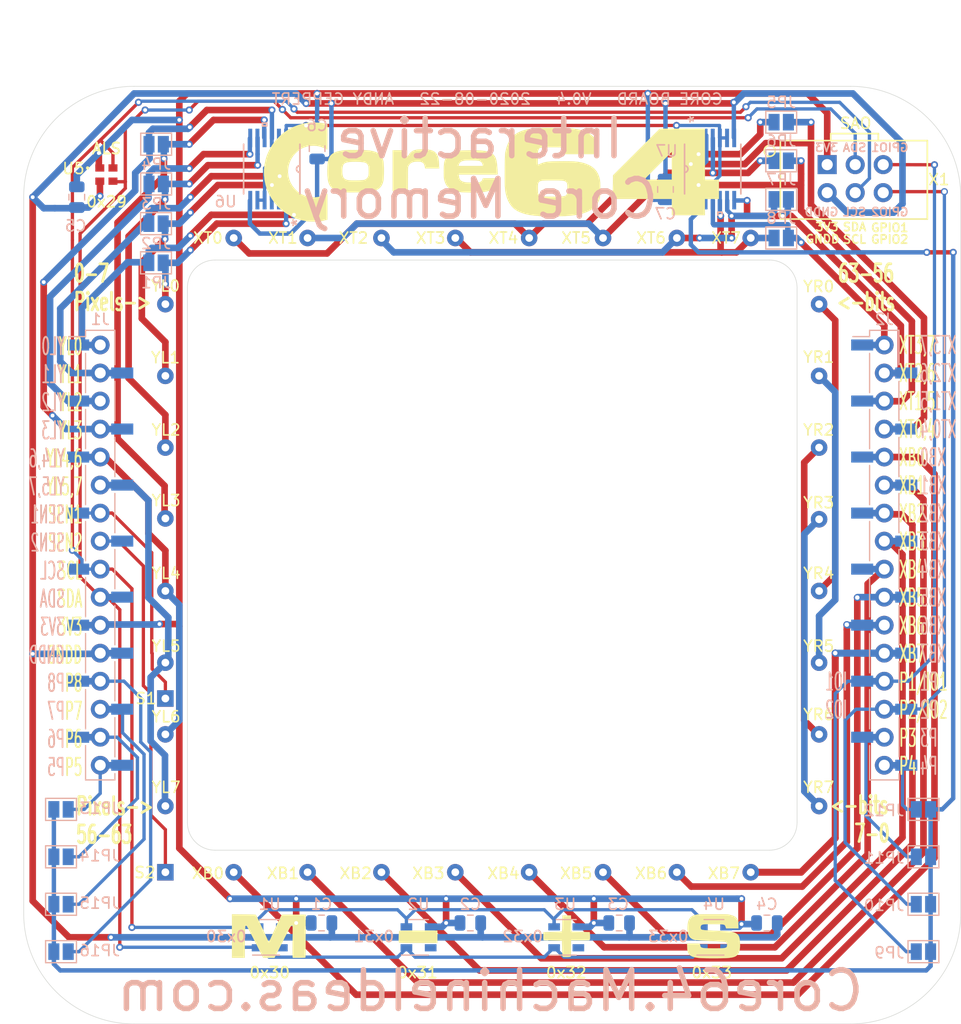
<source format=kicad_pcb>
(kicad_pcb (version 20171130) (host pcbnew "(5.1.2-1)-1")
  (title_block (title "Core 64 (Cores)") (date 2020-03-16) (rev 0.3) (company "Andy Geppert"))
  (layers (0 F.Cu signal) (31 B.Cu signal) (34 B.Paste user hide) (35 F.Paste user hide) (36 B.SilkS user) (37 F.SilkS user) (38 B.Mask user) (39 F.Mask user) (44 Edge.Cuts user))
  (net 0 "")
  (net 1 XB7)
  (net 2 XB4)
  (net 3 XB6)
  (net 4 XB5)
  (net 5 XB0)
  (net 6 XB1)
  (net 7 XB2)
  (net 8 XB3)
  (net 9 XT3-7)
  (net 10 XT2-6)
  (net 11 XT1-5)
  (net 12 XT0-4)
  (net 13 YL5)
  (net 14 YL4)
  (net 15 YL3)
  (net 16 YL2)
  (net 17 YL1)
  (net 18 YL0)
  (net 19 SENSE1)
  (net 20 SENSE2)
  (net 21 GNDD)
  (net 22 "Net-(CM1-Pad10)")
  (net 23 "Net-(CM1-Pad13)")
  (net 24 "Net-(CM1-Pad12)")
  (net 25 "Net-(CM1-Pad11)")
  (net 26 3V3_800mA)
  (net 27 I2C_DATA)
  (net 28 I2C_CLOCK)
  (net 29 H_YL3)
  (net 30 H_YL0)
  (net 31 H_YL1)
  (net 32 H_YL2)
  (net 33 H_XT2-6)
  (net 34 H_XT0-4)
  (net 35 H_XT3-7)
  (net 36 H_XT1-5)
  (net 37 ENABLE)
  (net 38 PLANE_6)
  (net 39 PLANE_8)
  (net 40 PLANE_5)
  (net 41 PLANE_7)
  (net 42 PLANE_2)
  (net 43 PLANE_4)
  (net 44 PLANE_1)
  (net 45 PLANE_3)
  (net 46 "Net-(U1-Pad5)")
  (net 47 "Net-(U2-Pad5)")
  (net 48 "Net-(U3-Pad5)")
  (net 49 "Net-(U4-Pad5)")
  (module badgelife_sao_v169bis:Badgelife-SAOv169-BADGE-2x3 (layer F.Cu) (at 32.865 -34.15)
    (fp_text reference X1 (at 7.65 0.1) (layer F.SilkS))
    (fp_text value SFH11-NBPC-D03-ST-BK)
    (fp_text user SAO (at 0.1 -5) (layer F.SilkS))
    (fp_text user 3V3 (at -2.5 4.4) (layer F.SilkS) (effects (font (size 0.75 0.75))))
    (fp_text user GNDD (at -2.9 5.5) (layer F.SilkS) (effects (font (size 0.75 0.75))))
    (fp_text user SDA (at 0 4.4) (layer F.SilkS) (effects (font (size 0.75 0.75))))
    (fp_text user SCL (at 0 5.527) (layer F.SilkS) (effects (font (size 0.75 0.75))))
    (fp_text user GPIO2 (at 3.187 5.527) (layer F.SilkS) (effects (font (size 0.75 0.75))))
    (fp_text user GPIO1 (at 3.187 4.469) (layer F.SilkS) (effects (font (size 0.75 0.75))))
    (fp_text user GPIO1 (at 3.2 -2.794) (layer B.SilkS) (effects (font (size 0.75 0.75)) (justify mirror)))
    (fp_text user GPIO2 (at 3.2 3.048) (layer B.SilkS) (effects (font (size 0.75 0.75)) (justify mirror)))
    (fp_text user SCL (at 0 3.048) (layer B.SilkS) (effects (font (size 0.75 0.75)) (justify mirror)))
    (fp_text user SDA (at 0 -2.794) (layer B.SilkS) (effects (font (size 0.75 0.75)) (justify mirror)))
    (fp_text user GNDD (at -3 3.048) (layer B.SilkS) (effects (font (size 0.75 0.75)) (justify mirror)))
    (fp_text user 3V3 (at -2.54 -2.794) (layer B.SilkS) (effects (font (size 0.75 0.75)) (justify mirror)))
    (pad 2 thru_hole circle (at -2.48 1.29 270) (size 1.7272 1.7272) (drill 1.016) (layers *.Cu *.Mask) (net 21 GNDD))
    (pad 1 thru_hole rect (at -2.48 -1.25 270) (size 1.7272 1.7272) (drill 1.016) (layers *.Cu *.Mask) (net 26 3V3_800mA))
    (pad 4 thru_hole oval (at 0.06 1.29 270) (size 1.7272 1.7272) (drill 1.016) (layers *.Cu *.Mask) (net 28 I2C_CLOCK))
    (pad 3 thru_hole oval (at 0.06 -1.25 270) (size 1.7272 1.7272) (drill 1.016) (layers *.Cu *.Mask) (net 27 I2C_DATA))
    (pad 6 thru_hole circle (at 2.6 1.29 270) (size 1.7272 1.7272) (drill 1.016) (layers *.Cu *.Mask) (net 42 PLANE_2))
    (pad 5 thru_hole circle (at 2.6 -1.25 270) (size 1.7272 1.7272) (drill 1.016) (layers *.Cu *.Mask) (net 44 PLANE_1))
  )
  (module Connector_PinHeader_2.54mm:PinHeader_1x16_P2.54mm_Vertical_SMD_and_TH_Pin1Right (layer B.Cu) (at -35.56 0 180)
    (fp_text reference J1 (at 0 21.38) (layer B.SilkS) (effects (justify mirror)))
    (fp_text value TSM-116-03-T-SV‎)
    (pad 15 thru_hole circle (at 0 -16.51 180) (size 1.7 1.7) (drill 1) (layers *.Cu *.Mask) (net 38 PLANE_6))
    (pad 9 thru_hole circle (at 0 -1.27) (size 1.7 1.7) (drill 1) (layers *.Cu *.Mask) (net 28 I2C_CLOCK))
    (pad 4 thru_hole circle (at 0 11.43 180) (size 1.7 1.7) (drill 1) (layers *.Cu *.Mask) (net 29 H_YL3))
    (pad 1 thru_hole circle (at 0 19.05 180) (size 1.7 1.7) (drill 1) (layers *.Cu *.Mask) (net 30 H_YL0))
    (pad 2 thru_hole circle (at 0 16.51 180) (size 1.7 1.7) (drill 1) (layers *.Cu *.Mask) (net 31 H_YL1))
    (pad 5 thru_hole circle (at 0 8.89 180) (size 1.7 1.7) (drill 1) (layers *.Cu *.Mask) (net 14 YL4))
    (pad 6 thru_hole circle (at 0 6.35 180) (size 1.7 1.7) (drill 1) (layers *.Cu *.Mask) (net 13 YL5))
    (pad 8 thru_hole circle (at 0 1.27 180) (size 1.7 1.7) (drill 1) (layers *.Cu *.Mask) (net 20 SENSE2))
    (pad 7 thru_hole circle (at 0 3.81 180) (size 1.7 1.7) (drill 1) (layers *.Cu *.Mask) (net 19 SENSE1))
    (pad 3 thru_hole circle (at 0 13.97 180) (size 1.7 1.7) (drill 1) (layers *.Cu *.Mask) (net 32 H_YL2))
    (pad 11 thru_hole circle (at 0 -6.35 180) (size 1.7 1.7) (drill 1) (layers *.Cu *.Mask) (net 26 3V3_800mA))
    (pad 13 thru_hole circle (at 0 -11.43 180) (size 1.7 1.7) (drill 1) (layers *.Cu *.Mask) (net 39 PLANE_8))
    (pad 12 thru_hole circle (at 0 -8.89 180) (size 1.7 1.7) (drill 1) (layers *.Cu *.Mask) (net 21 GNDD))
    (pad 16 thru_hole circle (at 0 -19.05 180) (size 1.7 1.7) (drill 1) (layers *.Cu *.Mask) (net 40 PLANE_5))
    (pad 14 thru_hole circle (at 0 -13.97 180) (size 1.7 1.7) (drill 1) (layers *.Cu *.Mask) (net 41 PLANE_7))
    (pad 10 thru_hole circle (at 0 -3.81 180) (size 1.7 1.7) (drill 1) (layers *.Cu *.Mask) (net 27 I2C_DATA))
    (pad 15 smd rect (at 2 -16.51 180) (size 2 1) (layers B.Cu B.Paste B.Mask) (net 38 PLANE_6))
    (pad 13 smd rect (at 2 -11.43 180) (size 2 1) (layers B.Cu B.Paste B.Mask) (net 39 PLANE_8))
    (pad 11 smd rect (at 2 -6.35 180) (size 2 1) (layers B.Cu B.Paste B.Mask) (net 26 3V3_800mA))
    (pad 9 smd rect (at 2 -1.27 180) (size 2 1) (layers B.Cu B.Paste B.Mask) (net 28 I2C_CLOCK))
    (pad 7 smd rect (at 2 3.81 180) (size 2 1) (layers B.Cu B.Paste B.Mask) (net 19 SENSE1))
    (pad 5 smd rect (at 2 8.89 180) (size 2 1) (layers B.Cu B.Paste B.Mask) (net 14 YL4))
    (pad 3 smd rect (at 2 13.97 180) (size 2 1) (layers B.Cu B.Paste B.Mask) (net 32 H_YL2))
    (pad 1 smd rect (at 2 19.05 180) (size 2 1) (layers B.Cu B.Paste B.Mask) (net 30 H_YL0))
    (pad 16 smd rect (at -2 -19.05 180) (size 2 1) (layers B.Cu B.Paste B.Mask) (net 40 PLANE_5))
    (pad 14 smd rect (at -2 -13.97 180) (size 2 1) (layers B.Cu B.Paste B.Mask) (net 41 PLANE_7))
    (pad 12 smd rect (at -2 -8.89 180) (size 2 1) (layers B.Cu B.Paste B.Mask) (net 21 GNDD))
    (pad 10 smd rect (at -2 -3.81 180) (size 2 1) (layers B.Cu B.Paste B.Mask) (net 27 I2C_DATA))
    (pad 8 smd rect (at -2 1.27 180) (size 2 1) (layers B.Cu B.Paste B.Mask) (net 20 SENSE2))
    (pad 6 smd rect (at -2 6.35 180) (size 2 1) (layers B.Cu B.Paste B.Mask) (net 13 YL5))
    (pad 4 smd rect (at -2 11.43 180) (size 2 1) (layers B.Cu B.Paste B.Mask) (net 29 H_YL3))
    (pad 2 smd rect (at -2 16.51 180) (size 2 1) (layers B.Cu B.Paste B.Mask) (net 31 H_YL1))
  )
  (module Connector_PinHeader_2.54mm:PinHeader_1x16_P2.54mm_Vertical_SMD_and_TH_Pin1Right (layer B.Cu) (at 35.56 0 180)
    (fp_text reference J2 (at 0 21.38) (layer B.SilkS) (effects (justify mirror)))
    (fp_text value TSM-116-03-T-SV‎)
    (pad 15 thru_hole circle (at 0 -16.51 180) (size 1.7 1.7) (drill 1) (layers *.Cu *.Mask) (net 45 PLANE_3))
    (pad 9 thru_hole circle (at 0 -1.27) (size 1.7 1.7) (drill 1) (layers *.Cu *.Mask) (net 2 XB4))
    (pad 4 thru_hole circle (at 0 11.43 180) (size 1.7 1.7) (drill 1) (layers *.Cu *.Mask) (net 34 H_XT0-4))
    (pad 1 thru_hole circle (at 0 19.05 180) (size 1.7 1.7) (drill 1) (layers *.Cu *.Mask) (net 35 H_XT3-7))
    (pad 2 thru_hole circle (at 0 16.51 180) (size 1.7 1.7) (drill 1) (layers *.Cu *.Mask) (net 33 H_XT2-6))
    (pad 5 thru_hole circle (at 0 8.89 180) (size 1.7 1.7) (drill 1) (layers *.Cu *.Mask) (net 5 XB0))
    (pad 6 thru_hole circle (at 0 6.35 180) (size 1.7 1.7) (drill 1) (layers *.Cu *.Mask) (net 6 XB1))
    (pad 8 thru_hole circle (at 0 1.27 180) (size 1.7 1.7) (drill 1) (layers *.Cu *.Mask) (net 8 XB3))
    (pad 7 thru_hole circle (at 0 3.81 180) (size 1.7 1.7) (drill 1) (layers *.Cu *.Mask) (net 7 XB2))
    (pad 3 thru_hole circle (at 0 13.97 180) (size 1.7 1.7) (drill 1) (layers *.Cu *.Mask) (net 36 H_XT1-5))
    (pad 11 thru_hole circle (at 0 -6.35 180) (size 1.7 1.7) (drill 1) (layers *.Cu *.Mask) (net 3 XB6))
    (pad 13 thru_hole circle (at 0 -11.43 180) (size 1.7 1.7) (drill 1) (layers *.Cu *.Mask) (net 44 PLANE_1))
    (pad 12 thru_hole circle (at 0 -8.89 180) (size 1.7 1.7) (drill 1) (layers *.Cu *.Mask) (net 1 XB7))
    (pad 16 thru_hole circle (at 0 -19.05 180) (size 1.7 1.7) (drill 1) (layers *.Cu *.Mask) (net 43 PLANE_4))
    (pad 14 thru_hole circle (at 0 -13.97 180) (size 1.7 1.7) (drill 1) (layers *.Cu *.Mask) (net 42 PLANE_2))
    (pad 10 thru_hole circle (at 0 -3.81 180) (size 1.7 1.7) (drill 1) (layers *.Cu *.Mask) (net 4 XB5))
    (pad 15 smd rect (at 2 -16.51 180) (size 2 1) (layers B.Cu B.Paste B.Mask) (net 45 PLANE_3))
    (pad 13 smd rect (at 2 -11.43 180) (size 2 1) (layers B.Cu B.Paste B.Mask) (net 44 PLANE_1))
    (pad 11 smd rect (at 2 -6.35 180) (size 2 1) (layers B.Cu B.Paste B.Mask) (net 3 XB6))
    (pad 9 smd rect (at 2 -1.27 180) (size 2 1) (layers B.Cu B.Paste B.Mask) (net 2 XB4))
    (pad 7 smd rect (at 2 3.81 180) (size 2 1) (layers B.Cu B.Paste B.Mask) (net 7 XB2))
    (pad 5 smd rect (at 2 8.89 180) (size 2 1) (layers B.Cu B.Paste B.Mask) (net 5 XB0))
    (pad 3 smd rect (at 2 13.97 180) (size 2 1) (layers B.Cu B.Paste B.Mask) (net 36 H_XT1-5))
    (pad 1 smd rect (at 2 19.05 180) (size 2 1) (layers B.Cu B.Paste B.Mask) (net 35 H_XT3-7))
    (pad 16 smd rect (at -2 -19.05 180) (size 2 1) (layers B.Cu B.Paste B.Mask) (net 43 PLANE_4))
    (pad 14 smd rect (at -2 -13.97 180) (size 2 1) (layers B.Cu B.Paste B.Mask) (net 42 PLANE_2))
    (pad 12 smd rect (at -2 -8.89 180) (size 2 1) (layers B.Cu B.Paste B.Mask) (net 1 XB7))
    (pad 10 smd rect (at -2 -3.81 180) (size 2 1) (layers B.Cu B.Paste B.Mask) (net 4 XB5))
    (pad 8 smd rect (at -2 1.27 180) (size 2 1) (layers B.Cu B.Paste B.Mask) (net 8 XB3))
    (pad 6 smd rect (at -2 6.35 180) (size 2 1) (layers B.Cu B.Paste B.Mask) (net 6 XB1))
    (pad 4 smd rect (at -2 11.43 180) (size 2 1) (layers B.Cu B.Paste B.Mask) (net 34 H_XT0-4))
    (pad 2 smd rect (at -2 16.51 180) (size 2 1) (layers B.Cu B.Paste B.Mask) (net 33 H_XT2-6))
  )
  (module Core_Memory_8x8_Array:Core64-M_-_+_S_Buttons (layer F.Cu) (at -0.985 34.65)
    (fp_text reference L2 hide)
    (fp_text value Core_64_M-+S_Buttons_4mm hide)
  )
  (module Core_Memory_8x8_Array:Core64_Logo_9mm_tall (layer F.Cu) (at 1.815 -34.75)
    (fp_text reference L1 hide)
    (fp_text value Core_64_Logo_9mm_tall hide)
  )
  (module LiteOn_LTR-329ALS:LTR-329ALS-01 (layer F.Cu) (at -35 -34.5)
    (fp_text reference U5 (at -2.985 -0.55) (layer F.SilkS))
    (fp_text value LTR-329ALS-01 hide)
    (pad 1 smd rect (at -0.5969 -0.599999) (size 0.8128 0.6604) (layers F.Cu F.Paste F.Mask) (net 26 3V3_800mA))
    (pad 2 smd rect (at -0.5969 0.599999) (size 0.8128 0.6604) (layers F.Cu F.Paste F.Mask) (net 21 GNDD))
    (pad 3 smd rect (at 0.5969 0.599999) (size 0.8128 0.6604) (layers F.Cu F.Paste F.Mask) (net 27 I2C_DATA))
    (pad 4 smd rect (at 0.5969 -0.599999) (size 0.8128 0.6604) (layers F.Cu F.Paste F.Mask) (net 28 I2C_CLOCK))
  )
  (module Core_Memory_8x8_Array:core_64_x6.7_y6.5mm_v0.3_front_facing (layer F.Cu) (at 0 0)
    (fp_text reference CM1 hide)
    (fp_text value Core_Memory_8x8_Array_Front_Facing)
    (fp_text user YL7 (at -29.585 21.05) (layer F.SilkS))
    (fp_text user YL6 (at -29.585 14.65) (layer F.SilkS))
    (fp_text user YL0 (at -29.635 -24.4) (layer F.SilkS))
    (fp_text user YL4 (at -29.585 1.65) (layer F.SilkS))
    (fp_text user YL2 (at -29.585 -11.35) (layer F.SilkS))
    (fp_text user YL1 (at -29.635 -17.9) (layer F.SilkS))
    (fp_text user YL3 (at -29.585 -4.95) (layer F.SilkS))
    (fp_text user YL5 (at -29.585 8.25) (layer F.SilkS))
    (fp_text user XB0 (at -25.785 28.85) (layer F.SilkS))
    (fp_text user XB6 (at 14.415 28.85) (layer F.SilkS))
    (fp_text user XB5 (at 7.615 28.85) (layer F.SilkS))
    (fp_text user XB7 (at 21.015 28.85) (layer F.SilkS))
    (fp_text user XB3 (at -5.785 28.85) (layer F.SilkS))
    (fp_text user XB4 (at 1.015 28.85) (layer F.SilkS))
    (fp_text user XB1 (at -18.985 28.85) (layer F.SilkS))
    (fp_text user XB2 (at -12.385 28.85) (layer F.SilkS))
    (fp_text user XT0 (at -25.785 -28.75) (layer F.SilkS))
    (fp_text user XT1 (at -18.985 -28.75) (layer F.SilkS))
    (fp_text user XT2 (at -12.585 -28.75) (layer F.SilkS))
    (fp_text user XT3 (at -5.585 -28.75) (layer F.SilkS))
    (fp_text user XT4 (at 1.015 -28.75) (layer F.SilkS))
    (fp_text user XT5 (at 7.615 -28.75) (layer F.SilkS))
    (fp_text user XT6 (at 14.415 -28.75) (layer F.SilkS))
    (fp_text user XT7 (at 21.215 -28.75) (layer F.SilkS))
    (fp_text user YR0 (at 29.615 -24.35) (layer F.SilkS))
    (fp_text user YR1 (at 29.615 -17.95) (layer F.SilkS))
    (fp_text user YR2 (at 29.615 -11.35) (layer F.SilkS))
    (fp_text user YR3 (at 29.615 -4.75) (layer F.SilkS))
    (fp_text user YR4 (at 29.615 1.65) (layer F.SilkS))
    (fp_text user YR5 (at 29.615 8.25) (layer F.SilkS))
    (fp_text user S2 (at -31.51 28.775) (layer F.SilkS))
    (fp_text user S1 (at -31.41 13) (layer F.SilkS))
    (fp_text user YR6 (at 29.615 14.45) (layer F.SilkS))
    (fp_text user YR7 (at 29.615 21.05) (layer F.SilkS))
    (pad 34 thru_hole rect (at -29.65 28.75) (size 1.5 1.5) (drill 0.7) (layers *.Cu *.Mask) (net 20 SENSE2))
    (pad 33 thru_hole rect (at -29.65 13) (size 1.5 1.5) (drill 0.7) (layers *.Cu *.Mask) (net 19 SENSE1))
    (pad 10 thru_hole circle (at 29.65 -16.25 180) (size 1.5 1.5) (drill 0.7) (layers *.Cu *.Mask) (net 22 "Net-(CM1-Pad10)"))
    (pad 11 thru_hole circle (at 29.65 -9.75 180) (size 1.5 1.5) (drill 0.7) (layers *.Cu *.Mask) (net 25 "Net-(CM1-Pad11)"))
    (pad 12 thru_hole circle (at 29.65 -3.25 180) (size 1.5 1.5) (drill 0.7) (layers *.Cu *.Mask) (net 24 "Net-(CM1-Pad12)"))
    (pad 13 thru_hole circle (at 29.65 3.25 180) (size 1.5 1.5) (drill 0.7) (layers *.Cu *.Mask) (net 23 "Net-(CM1-Pad13)"))
    (pad 14 thru_hole circle (at 29.65 9.75 180) (size 1.5 1.5) (drill 0.7) (layers *.Cu *.Mask) (net 22 "Net-(CM1-Pad10)"))
    (pad 15 thru_hole circle (at 29.65 16.25 180) (size 1.5 1.5) (drill 0.7) (layers *.Cu *.Mask) (net 25 "Net-(CM1-Pad11)"))
    (pad 16 thru_hole circle (at 29.65 22.75 180) (size 1.5 1.5) (drill 0.7) (layers *.Cu *.Mask) (net 24 "Net-(CM1-Pad12)"))
    (pad 17 thru_hole circle (at 23.45 28.75 180) (size 1.5 1.5) (drill 0.7) (layers *.Cu *.Mask) (net 1 XB7))
    (pad 18 thru_hole circle (at 16.75 28.75 180) (size 1.5 1.5) (drill 0.7) (layers *.Cu *.Mask) (net 3 XB6))
    (pad 19 thru_hole circle (at 10.05 28.75 180) (size 1.5 1.5) (drill 0.7) (layers *.Cu *.Mask) (net 4 XB5))
    (pad 20 thru_hole circle (at 3.35 28.75 180) (size 1.5 1.5) (drill 0.7) (layers *.Cu *.Mask) (net 2 XB4))
    (pad 21 thru_hole circle (at -3.35 28.75 180) (size 1.5 1.5) (drill 0.7) (layers *.Cu *.Mask) (net 8 XB3))
    (pad 22 thru_hole circle (at -10.05 28.75 180) (size 1.5 1.5) (drill 0.7) (layers *.Cu *.Mask) (net 7 XB2))
    (pad 23 thru_hole circle (at -16.75 28.75 180) (size 1.5 1.5) (drill 0.7) (layers *.Cu *.Mask) (net 6 XB1))
    (pad 24 thru_hole circle (at -23.45 28.75 180) (size 1.5 1.5) (drill 0.7) (layers *.Cu *.Mask) (net 5 XB0))
    (pad 25 thru_hole circle (at -29.65 22.75 180) (size 1.5 1.5) (drill 0.7) (layers *.Cu *.Mask) (net 13 YL5))
    (pad 26 thru_hole circle (at -29.65 16.25 180) (size 1.5 1.5) (drill 0.7) (layers *.Cu *.Mask) (net 14 YL4))
    (pad 9 thru_hole circle (at 29.65 -22.75 180) (size 1.5 1.5) (drill 0.7) (layers *.Cu *.Mask) (net 23 "Net-(CM1-Pad13)"))
    (pad 8 thru_hole circle (at 23.45 -28.75 180) (size 1.5 1.5) (drill 0.7) (layers *.Cu *.Mask) (net 9 XT3-7))
    (pad 7 thru_hole circle (at 16.75 -28.75 180) (size 1.5 1.5) (drill 0.7) (layers *.Cu *.Mask) (net 10 XT2-6))
    (pad 6 thru_hole circle (at 10.05 -28.75 180) (size 1.5 1.5) (drill 0.7) (layers *.Cu *.Mask) (net 11 XT1-5))
    (pad 5 thru_hole circle (at 3.35 -28.75 180) (size 1.5 1.5) (drill 0.7) (layers *.Cu *.Mask) (net 12 XT0-4))
    (pad 4 thru_hole circle (at -3.35 -28.75 180) (size 1.5 1.5) (drill 0.7) (layers *.Cu *.Mask) (net 9 XT3-7))
    (pad 3 thru_hole circle (at -10.05 -28.75 180) (size 1.5 1.5) (drill 0.7) (layers *.Cu *.Mask) (net 10 XT2-6))
    (pad 2 thru_hole circle (at -16.75 -28.75 180) (size 1.5 1.5) (drill 0.7) (layers *.Cu *.Mask) (net 11 XT1-5))
    (pad 1 thru_hole circle (at -23.45 -28.75 180) (size 1.5 1.5) (drill 0.7) (layers *.Cu *.Mask) (net 12 XT0-4))
    (pad 32 thru_hole circle (at -29.65 -22.75 180) (size 1.5 1.5) (drill 0.7) (layers *.Cu *.Mask) (net 18 YL0))
    (pad 31 thru_hole circle (at -29.65 -16.25 180) (size 1.5 1.5) (drill 0.7) (layers *.Cu *.Mask) (net 17 YL1))
    (pad 30 thru_hole circle (at -29.65 -9.75 180) (size 1.5 1.5) (drill 0.7) (layers *.Cu *.Mask) (net 16 YL2))
    (pad 29 thru_hole circle (at -29.65 -3.325 180) (size 1.5 1.5) (drill 0.7) (layers *.Cu *.Mask) (net 15 YL3))
    (pad 28 thru_hole circle (at -29.65 3.25 180) (size 1.5 1.5) (drill 0.7) (layers *.Cu *.Mask) (net 14 YL4))
    (pad 27 thru_hole circle (at -29.65 9.75 180) (size 1.5 1.5) (drill 0.7) (layers *.Cu *.Mask) (net 13 YL5))
  )
  (module Package_TO_SOT_SMD:SOT-23-5 (layer B.Cu) (at -20.185 34.65)
    (fp_text reference U1 (at 0 -3) (layer B.SilkS) (effects (justify mirror)))
    (fp_text value SI7210-B-01)
    (pad 5 smd rect (at 1.1 0.95) (size 1.06 0.65) (layers B.Cu B.Paste B.Mask) (net 46 "Net-(U1-Pad5)"))
    (pad 4 smd rect (at 1.1 -0.95) (size 1.06 0.65) (layers B.Cu B.Paste B.Mask) (net 26 3V3_800mA))
    (pad 3 smd rect (at -1.1 -0.95) (size 1.06 0.65) (layers B.Cu B.Paste B.Mask) (net 28 I2C_CLOCK))
    (pad 2 smd rect (at -1.1 0) (size 1.06 0.65) (layers B.Cu B.Paste B.Mask) (net 21 GNDD))
    (pad 1 smd rect (at -1.1 0.95) (size 1.06 0.65) (layers B.Cu B.Paste B.Mask) (net 27 I2C_DATA))
  )
  (module Package_TO_SOT_SMD:SOT-23-5 (layer B.Cu) (at -6.685 34.65)
    (fp_text reference U2 (at 0 -3) (layer B.SilkS) (effects (justify mirror)))
    (fp_text value SI7210-B-02)
    (pad 5 smd rect (at 1.1 0.95) (size 1.06 0.65) (layers B.Cu B.Paste B.Mask) (net 47 "Net-(U2-Pad5)"))
    (pad 4 smd rect (at 1.1 -0.95) (size 1.06 0.65) (layers B.Cu B.Paste B.Mask) (net 26 3V3_800mA))
    (pad 3 smd rect (at -1.1 -0.95) (size 1.06 0.65) (layers B.Cu B.Paste B.Mask) (net 28 I2C_CLOCK))
    (pad 2 smd rect (at -1.1 0) (size 1.06 0.65) (layers B.Cu B.Paste B.Mask) (net 21 GNDD))
    (pad 1 smd rect (at -1.1 0.95) (size 1.06 0.65) (layers B.Cu B.Paste B.Mask) (net 27 I2C_DATA))
  )
  (module Package_TO_SOT_SMD:SOT-23-5 (layer B.Cu) (at 6.715 34.65)
    (fp_text reference U3 (at -0.1 -3) (layer B.SilkS) (effects (justify mirror)))
    (fp_text value SI7210-B-03)
    (pad 5 smd rect (at 1.1 0.95) (size 1.06 0.65) (layers B.Cu B.Paste B.Mask) (net 48 "Net-(U3-Pad5)"))
    (pad 4 smd rect (at 1.1 -0.95) (size 1.06 0.65) (layers B.Cu B.Paste B.Mask) (net 26 3V3_800mA))
    (pad 3 smd rect (at -1.1 -0.95) (size 1.06 0.65) (layers B.Cu B.Paste B.Mask) (net 28 I2C_CLOCK))
    (pad 2 smd rect (at -1.1 0) (size 1.06 0.65) (layers B.Cu B.Paste B.Mask) (net 21 GNDD))
    (pad 1 smd rect (at -1.1 0.95) (size 1.06 0.65) (layers B.Cu B.Paste B.Mask) (net 27 I2C_DATA))
  )
  (module Package_TO_SOT_SMD:SOT-23-5 (layer B.Cu) (at 20.115 34.65)
    (fp_text reference U4 (at 0 -3) (layer B.SilkS) (effects (justify mirror)))
    (fp_text value SI7210-B-04)
    (pad 5 smd rect (at 1.1 0.95) (size 1.06 0.65) (layers B.Cu B.Paste B.Mask) (net 49 "Net-(U4-Pad5)"))
    (pad 4 smd rect (at 1.1 -0.95) (size 1.06 0.65) (layers B.Cu B.Paste B.Mask) (net 26 3V3_800mA))
    (pad 3 smd rect (at -1.1 -0.95) (size 1.06 0.65) (layers B.Cu B.Paste B.Mask) (net 28 I2C_CLOCK))
    (pad 2 smd rect (at -1.1 0) (size 1.06 0.65) (layers B.Cu B.Paste B.Mask) (net 21 GNDD))
    (pad 1 smd rect (at -1.1 0.95) (size 1.06 0.65) (layers B.Cu B.Paste B.Mask) (net 27 I2C_DATA))
  )
  (module Capacitor_SMD:C_0805_2012Metric (layer B.Cu) (at -15.485 33.35)
    (fp_text reference C1 (at 0 -1.7) (layer B.SilkS) (effects (justify mirror)))
    (fp_text value 0.1uF)
    (pad 2 smd roundrect (at 0.9375 0) (size 0.975 1.4) (layers B.Cu B.Paste B.Mask) (net 21 GNDD))
    (pad 1 smd roundrect (at -0.9375 0) (size 0.975 1.4) (layers B.Cu B.Paste B.Mask) (net 26 3V3_800mA))
  )
  (module Capacitor_SMD:C_0805_2012Metric (layer B.Cu) (at -1.985 33.35)
    (fp_text reference C2 (at 0 -1.7) (layer B.SilkS) (effects (justify mirror)))
    (fp_text value 0.1uF)
    (pad 2 smd roundrect (at 0.9375 0) (size 0.975 1.4) (layers B.Cu B.Paste B.Mask) (net 21 GNDD))
    (pad 1 smd roundrect (at -0.9375 0) (size 0.975 1.4) (layers B.Cu B.Paste B.Mask) (net 26 3V3_800mA))
  )
  (module Capacitor_SMD:C_0805_2012Metric (layer B.Cu) (at 11.515 33.35)
    (fp_text reference C3 (at -0.1 -1.7) (layer B.SilkS) (effects (justify mirror)))
    (fp_text value 0.1uF)
    (pad 2 smd roundrect (at 0.9375 0) (size 0.975 1.4) (layers B.Cu B.Paste B.Mask) (net 21 GNDD))
    (pad 1 smd roundrect (at -0.9375 0) (size 0.975 1.4) (layers B.Cu B.Paste B.Mask) (net 26 3V3_800mA))
  )
  (module Capacitor_SMD:C_0805_2012Metric (layer B.Cu) (at 24.915 33.35)
    (fp_text reference C4 (at 0 -1.7) (layer B.SilkS) (effects (justify mirror)))
    (fp_text value 0.1uF)
    (pad 2 smd roundrect (at 0.9375 0) (size 0.975 1.4) (layers B.Cu B.Paste B.Mask) (net 21 GNDD))
    (pad 1 smd roundrect (at -0.9375 0) (size 0.975 1.4) (layers B.Cu B.Paste B.Mask) (net 26 3V3_800mA))
  )
  (module Capacitor_SMD:C_0805_2012Metric (layer B.Cu) (at -37.685 -32.45 270)
    (fp_text reference C5 (at 2.6 0.1 180) (layer B.SilkS) (effects (justify mirror)))
    (fp_text value 1uF)
    (pad 1 smd roundrect (at -0.9375 0 270) (size 0.975 1.4) (layers B.Cu B.Paste B.Mask) (net 26 3V3_800mA))
    (pad 2 smd roundrect (at 0.9375 0 270) (size 0.975 1.4) (layers B.Cu B.Paste B.Mask) (net 21 GNDD))
  )
  (module Jumper:SolderJumper-2_P1.3mm_Open_Pad1.0x1.5mm (layer B.Cu) (at 39.115 35.95)
    (fp_text reference JP9 (at -3.1 0.1) (layer B.SilkS) (effects (justify mirror)))
    (fp_text value SolderJumper_2_Open)
    (pad 2 smd rect (at 0.65 0) (size 1 1.5) (layers B.Cu B.Mask) (net 37 ENABLE))
    (pad 1 smd rect (at -0.65 0) (size 1 1.5) (layers B.Cu B.Mask) (net 44 PLANE_1))
  )
  (module Jumper:SolderJumper-2_P1.3mm_Open_Pad1.0x1.5mm (layer B.Cu) (at 39.115 31.65)
    (fp_text reference JP10 (at -3.576191 0.1) (layer B.SilkS) (effects (justify mirror)))
    (fp_text value SolderJumper_2_Open)
    (pad 1 smd rect (at -0.65 0) (size 1 1.5) (layers B.Cu B.Mask) (net 42 PLANE_2))
    (pad 2 smd rect (at 0.65 0) (size 1 1.5) (layers B.Cu B.Mask) (net 37 ENABLE))
  )
  (module TI_TS3A4751PWR:TS3A4751PWR (layer B.Cu) (at -20 -35 90)
    (fp_text reference U6 (at -2.95 -4.185) (layer B.SilkS) (effects (justify mirror)))
    (fp_text value TS3A4751PWR hide)
    (fp_text user * (at -4.875 2.34 90) (layer B.SilkS) (effects (justify mirror)))
    (fp_text user * (at -4.85 2.34 90) (layer B.SilkS) (effects (justify mirror)))
    (pad 1 smd rect (at -2.8194 1.950001 90) (size 1.6764 0.3556) (layers B.Cu B.Paste B.Mask) (net 30 H_YL0))
    (pad 2 smd rect (at -2.8194 1.3 90) (size 1.6764 0.3556) (layers B.Cu B.Paste B.Mask) (net 18 YL0))
    (pad 3 smd rect (at -2.8194 0.649999 90) (size 1.6764 0.3556) (layers B.Cu B.Paste B.Mask) (net 31 H_YL1))
    (pad 4 smd rect (at -2.8194 0 90) (size 1.6764 0.3556) (layers B.Cu B.Paste B.Mask) (net 17 YL1))
    (pad 5 smd rect (at -2.8194 -0.649999 90) (size 1.6764 0.3556) (layers B.Cu B.Paste B.Mask) (net 37 ENABLE))
    (pad 6 smd rect (at -2.8194 -1.3 90) (size 1.6764 0.3556) (layers B.Cu B.Paste B.Mask) (net 37 ENABLE))
    (pad 7 smd rect (at -2.8194 -1.949999 90) (size 1.6764 0.3556) (layers B.Cu B.Paste B.Mask) (net 21 GNDD))
    (pad 8 smd rect (at 2.8194 -1.950001 90) (size 1.6764 0.3556) (layers B.Cu B.Paste B.Mask) (net 32 H_YL2))
    (pad 9 smd rect (at 2.8194 -1.3 90) (size 1.6764 0.3556) (layers B.Cu B.Paste B.Mask) (net 16 YL2))
    (pad 10 smd rect (at 2.8194 -0.650001 90) (size 1.6764 0.3556) (layers B.Cu B.Paste B.Mask) (net 15 YL3))
    (pad 11 smd rect (at 2.8194 0 90) (size 1.6764 0.3556) (layers B.Cu B.Paste B.Mask) (net 29 H_YL3))
    (pad 12 smd rect (at 2.8194 0.649999 90) (size 1.6764 0.3556) (layers B.Cu B.Paste B.Mask) (net 37 ENABLE))
    (pad 13 smd rect (at 2.8194 1.3 90) (size 1.6764 0.3556) (layers B.Cu B.Paste B.Mask) (net 37 ENABLE))
    (pad 14 smd rect (at 2.8194 1.949999 90) (size 1.6764 0.3556) (layers B.Cu B.Paste B.Mask) (net 26 3V3_800mA))
  )
  (module Capacitor_SMD:C_0805_2012Metric (layer B.Cu) (at -15.885 -36.85 270)
    (fp_text reference C6 (at -2.1 0 180) (layer B.SilkS) (effects (justify mirror)))
    (fp_text value 0.1uF)
    (pad 1 smd roundrect (at -0.9375 0 270) (size 0.975 1.4) (layers B.Cu B.Paste B.Mask) (net 26 3V3_800mA))
    (pad 2 smd roundrect (at 0.9375 0 270) (size 0.975 1.4) (layers B.Cu B.Paste B.Mask) (net 21 GNDD))
  )
  (module Capacitor_SMD:C_0805_2012Metric (layer B.Cu) (at 15.715 -33.15 90)
    (fp_text reference C7 (at -2.2 0 180) (layer B.SilkS) (effects (justify mirror)))
    (fp_text value 0.1uF)
    (pad 2 smd roundrect (at 0.9375 0 90) (size 0.975 1.4) (layers B.Cu B.Paste B.Mask) (net 21 GNDD))
    (pad 1 smd roundrect (at -0.9375 0 90) (size 0.975 1.4) (layers B.Cu B.Paste B.Mask) (net 26 3V3_800mA))
  )
  (module Jumper:SolderJumper-2_P1.3mm_Open_Pad1.0x1.5mm (layer B.Cu) (at 39.115 27.35)
    (fp_text reference JP11 (at -3.576191 0.1) (layer B.SilkS) (effects (justify mirror)))
    (fp_text value SolderJumper_2_Open)
    (pad 2 smd rect (at 0.65 0) (size 1 1.5) (layers B.Cu B.Mask) (net 37 ENABLE))
    (pad 1 smd rect (at -0.65 0) (size 1 1.5) (layers B.Cu B.Mask) (net 45 PLANE_3))
  )
  (module Jumper:SolderJumper-2_P1.3mm_Open_Pad1.0x1.5mm (layer B.Cu) (at 39.115 23.05)
    (fp_text reference JP12 (at -3.576191 0.1) (layer B.SilkS) (effects (justify mirror)))
    (fp_text value SolderJumper_2_Open)
    (pad 1 smd rect (at -0.65 0) (size 1 1.5) (layers B.Cu B.Mask) (net 43 PLANE_4))
    (pad 2 smd rect (at 0.65 0) (size 1 1.5) (layers B.Cu B.Mask) (net 37 ENABLE))
  )
  (module Jumper:SolderJumper-2_P1.3mm_Open_Pad1.0x1.5mm (layer B.Cu) (at -39.115 23.05 180)
    (fp_text reference JP13 (at -3.5 0.1) (layer B.SilkS) (effects (justify mirror)))
    (fp_text value SolderJumper_2_Open)
    (pad 2 smd rect (at 0.65 0 180) (size 1 1.5) (layers B.Cu B.Mask) (net 37 ENABLE))
    (pad 1 smd rect (at -0.65 0 180) (size 1 1.5) (layers B.Cu B.Mask) (net 40 PLANE_5))
  )
  (module Jumper:SolderJumper-2_P1.3mm_Open_Pad1.0x1.5mm (layer B.Cu) (at -39.115 27.35 180)
    (fp_text reference JP14 (at -3.5 0.1) (layer B.SilkS) (effects (justify mirror)))
    (fp_text value SolderJumper_2_Open)
    (pad 1 smd rect (at -0.65 0 180) (size 1 1.5) (layers B.Cu B.Mask) (net 38 PLANE_6))
    (pad 2 smd rect (at 0.65 0 180) (size 1 1.5) (layers B.Cu B.Mask) (net 37 ENABLE))
  )
  (module Jumper:SolderJumper-2_P1.3mm_Open_Pad1.0x1.5mm (layer B.Cu) (at -39.115 31.65 180)
    (fp_text reference JP15 (at -3.5 0.1) (layer B.SilkS) (effects (justify mirror)))
    (fp_text value SolderJumper_2_Open)
    (pad 2 smd rect (at 0.65 0 180) (size 1 1.5) (layers B.Cu B.Mask) (net 37 ENABLE))
    (pad 1 smd rect (at -0.65 0 180) (size 1 1.5) (layers B.Cu B.Mask) (net 41 PLANE_7))
  )
  (module Jumper:SolderJumper-2_P1.3mm_Open_Pad1.0x1.5mm (layer B.Cu) (at -39.115 35.95 180)
    (fp_text reference JP16 (at -3.5 0.1) (layer B.SilkS) (effects (justify mirror)))
    (fp_text value SolderJumper_2_Open)
    (pad 1 smd rect (at -0.65 0 180) (size 1 1.5) (layers B.Cu B.Mask) (net 39 PLANE_8))
    (pad 2 smd rect (at 0.65 0 180) (size 1 1.5) (layers B.Cu B.Mask) (net 37 ENABLE))
  )
  (module TI_TS3A4751PWR:TS3A4751PWR (layer B.Cu) (at 20 -35 270)
    (fp_text reference U7 (at -1.65 4.185 180) (layer B.SilkS) (effects (justify mirror)))
    (fp_text value TS3A4751PWR hide)
    (fp_text user * (at -4.525 1.66 90) (layer B.SilkS) (effects (justify mirror)))
    (fp_text user * (at -4.525 1.66 90) (layer B.SilkS) (effects (justify mirror)))
    (pad 1 smd rect (at -2.8194 1.950001 270) (size 1.6764 0.3556) (layers B.Cu B.Paste B.Mask) (net 34 H_XT0-4))
    (pad 2 smd rect (at -2.8194 1.3 270) (size 1.6764 0.3556) (layers B.Cu B.Paste B.Mask) (net 12 XT0-4))
    (pad 3 smd rect (at -2.8194 0.649999 270) (size 1.6764 0.3556) (layers B.Cu B.Paste B.Mask) (net 36 H_XT1-5))
    (pad 4 smd rect (at -2.8194 0 270) (size 1.6764 0.3556) (layers B.Cu B.Paste B.Mask) (net 11 XT1-5))
    (pad 5 smd rect (at -2.8194 -0.649999 270) (size 1.6764 0.3556) (layers B.Cu B.Paste B.Mask) (net 37 ENABLE))
    (pad 6 smd rect (at -2.8194 -1.3 270) (size 1.6764 0.3556) (layers B.Cu B.Paste B.Mask) (net 37 ENABLE))
    (pad 7 smd rect (at -2.8194 -1.949999 270) (size 1.6764 0.3556) (layers B.Cu B.Paste B.Mask) (net 21 GNDD))
    (pad 8 smd rect (at 2.8194 -1.950001 270) (size 1.6764 0.3556) (layers B.Cu B.Paste B.Mask) (net 33 H_XT2-6))
    (pad 9 smd rect (at 2.8194 -1.3 270) (size 1.6764 0.3556) (layers B.Cu B.Paste B.Mask) (net 10 XT2-6))
    (pad 10 smd rect (at 2.8194 -0.650001 270) (size 1.6764 0.3556) (layers B.Cu B.Paste B.Mask) (net 9 XT3-7))
    (pad 11 smd rect (at 2.8194 0 270) (size 1.6764 0.3556) (layers B.Cu B.Paste B.Mask) (net 35 H_XT3-7))
    (pad 12 smd rect (at 2.8194 0.649999 270) (size 1.6764 0.3556) (layers B.Cu B.Paste B.Mask) (net 37 ENABLE))
    (pad 13 smd rect (at 2.8194 1.3 270) (size 1.6764 0.3556) (layers B.Cu B.Paste B.Mask) (net 37 ENABLE))
    (pad 14 smd rect (at 2.8194 1.949999 270) (size 1.6764 0.3556) (layers B.Cu B.Paste B.Mask) (net 26 3V3_800mA))
  )
  (module Jumper:SolderJumper-2_P1.3mm_Open_Pad1.0x1.5mm (layer B.Cu) (at -30.5 -26.5)
    (fp_text reference JP1 (at 0 1.8) (layer B.SilkS) (effects (justify mirror)))
    (fp_text value SolderJumper_2_Bridged)
    (pad 2 smd rect (at 0.65 0) (size 1 1.5) (layers B.Cu B.Mask) (net 18 YL0))
    (pad 1 smd rect (at -0.65 0) (size 1 1.5) (layers B.Cu B.Mask) (net 30 H_YL0))
  )
  (module Jumper:SolderJumper-2_P1.3mm_Open_Pad1.0x1.5mm (layer B.Cu) (at -30.5 -30.05)
    (fp_text reference JP2 (at 0 1.8) (layer B.SilkS) (effects (justify mirror)))
    (fp_text value SolderJumper_2_Bridged)
    (pad 1 smd rect (at -0.65 0) (size 1 1.5) (layers B.Cu B.Mask) (net 31 H_YL1))
    (pad 2 smd rect (at 0.65 0) (size 1 1.5) (layers B.Cu B.Mask) (net 17 YL1))
  )
  (module Jumper:SolderJumper-2_P1.3mm_Open_Pad1.0x1.5mm (layer B.Cu) (at -30.485 -33.65)
    (fp_text reference JP3 (at 0 1.8) (layer B.SilkS) (effects (justify mirror)))
    (fp_text value SolderJumper_2_Bridged)
    (pad 1 smd rect (at -0.65 0) (size 1 1.5) (layers B.Cu B.Mask) (net 32 H_YL2))
    (pad 2 smd rect (at 0.65 0) (size 1 1.5) (layers B.Cu B.Mask) (net 16 YL2))
  )
  (module Jumper:SolderJumper-2_P1.3mm_Open_Pad1.0x1.5mm (layer B.Cu) (at -30.485 -37.25)
    (fp_text reference JP4 (at 0 1.8) (layer B.SilkS) (effects (justify mirror)))
    (fp_text value SolderJumper_2_Bridged)
    (pad 2 smd rect (at 0.65 0) (size 1 1.5) (layers B.Cu B.Mask) (net 15 YL3))
    (pad 1 smd rect (at -0.65 0) (size 1 1.5) (layers B.Cu B.Mask) (net 29 H_YL3))
  )
  (module Jumper:SolderJumper-2_P1.3mm_Open_Pad1.0x1.5mm (layer B.Cu) (at 26.215 -39.25 180)
    (fp_text reference JP5 (at 0 1.8) (layer B.SilkS) (effects (justify mirror)))
    (fp_text value SolderJumper_2_Bridged)
    (pad 1 smd rect (at -0.65 0 180) (size 1 1.5) (layers B.Cu B.Mask) (net 34 H_XT0-4))
    (pad 2 smd rect (at 0.65 0 180) (size 1 1.5) (layers B.Cu B.Mask) (net 12 XT0-4))
  )
  (module Jumper:SolderJumper-2_P1.3mm_Open_Pad1.0x1.5mm (layer B.Cu) (at 26.215 -35.75 180)
    (fp_text reference JP6 (at 0 1.8) (layer B.SilkS) (effects (justify mirror)))
    (fp_text value SolderJumper_2_Bridged)
    (pad 2 smd rect (at 0.65 0 180) (size 1 1.5) (layers B.Cu B.Mask) (net 11 XT1-5))
    (pad 1 smd rect (at -0.65 0 180) (size 1 1.5) (layers B.Cu B.Mask) (net 36 H_XT1-5))
  )
  (module Jumper:SolderJumper-2_P1.3mm_Open_Pad1.0x1.5mm (layer B.Cu) (at 26.215 -32.25 180)
    (fp_text reference JP7 (at 0 1.8) (layer B.SilkS) (effects (justify mirror)))
    (fp_text value SolderJumper_2_Bridged)
    (pad 1 smd rect (at -0.65 0 180) (size 1 1.5) (layers B.Cu B.Mask) (net 33 H_XT2-6))
    (pad 2 smd rect (at 0.65 0 180) (size 1 1.5) (layers B.Cu B.Mask) (net 10 XT2-6))
  )
  (module Jumper:SolderJumper-2_P1.3mm_Open_Pad1.0x1.5mm (layer B.Cu) (at 26.215 -28.75 180)
    (fp_text reference JP8 (at 0 1.8) (layer B.SilkS) (effects (justify mirror)))
    (fp_text value SolderJumper_2_Bridged)
    (pad 2 smd rect (at 0.65 0 180) (size 1 1.5) (layers B.Cu B.Mask) (net 9 XT3-7))
    (pad 1 smd rect (at -0.65 0 180) (size 1 1.5) (layers B.Cu B.Mask) (net 35 H_XT3-7))
  )
  (gr_text "IO1\nIO2\n" (at 30.115 12.75) (layer B.SilkS) (effects (font (size 1.58 0.8) (thickness 0.16)) (justify right mirror)))
  (gr_text 0x30 (at -24.135 34.575) (layer B.SilkS) (effects (font (size 1 1) (thickness 0.16)) (justify mirror)))
  (gr_text 0x31 (at -10.735 34.575) (layer B.SilkS) (effects (font (size 1 1) (thickness 0.16)) (justify mirror)))
  (gr_text 0x32 (at 2.765 34.575) (layer B.SilkS) (effects (font (size 1 1) (thickness 0.16)) (justify mirror)))
  (gr_text 0x33 (at 15.965 34.575) (layer B.SilkS) (effects (font (size 1 1) (thickness 0.16)) (justify mirror)))
  (gr_text 0x33 (at 19.915 37.85) (layer F.SilkS) (effects (font (size 1 1) (thickness 0.16))))
  (gr_text 0x32 (at 6.715 37.85) (layer F.SilkS) (effects (font (size 1 1) (thickness 0.16))))
  (gr_text 0x31 (at -6.785 37.85) (layer F.SilkS) (effects (font (size 1 1) (thickness 0.16))))
  (gr_text 0x30 (at -20.185 37.85) (layer F.SilkS) (effects (font (size 1 1) (thickness 0.16))))
  (gr_text "YL0\nYL1\nYL2\nYL3\nYL4,6\nYL5,7\nSEN1\nSEN2\nSCL\nSDA\n3V3\nGNDD\nP8\nP7\nP6\nP5" (at -38.685 0.15) (layer B.SilkS) (effects (font (size 1.58 0.8) (thickness 0.16)) (justify left mirror)))
  (gr_text "YL0\nYL1\nYL2\nYL3\nYL4,6\nYL5,7\nSEN1\nSEN2\nSCL\nSDA\n3V3\nGNDD\nP8\nP7\nP6\nP5" (at -37.085 0.15) (layer F.SilkS) (effects (font (size 1.58 0.8) (thickness 0.16)) (justify right)))
  (gr_text "XT3,7\nXT2,6\nXT1,5\nXT0,4\nXB0\nXB1\nXB2\nXB3\nXB4\nXB5\nXB6\nXB7\nP1\nP2\nP3\nP4" (at 38.715 0.05) (layer B.SilkS) (effects (font (size 1.58 0.8) (thickness 0.16)) (justify right mirror)))
  (gr_text "Core64.MachineIdeas.com\n" (at -0.185 39.5) (layer B.SilkS) (effects (font (size 3.5 3.5) (thickness 0.5)) (justify mirror)))
  (gr_text "ALS\n\n\n0x29" (at -34.985 -34.45) (layer F.SilkS) (effects (font (size 1 1) (thickness 0.16))))
  (gr_text "63-56\n<-bits" (at 33.915 -24.25) (layer F.SilkS) (effects (font (size 1.6 1) (thickness 0.25))))
  (gr_text "<-bits\n   7-0" (at 33.315 23.95) (layer F.SilkS) (effects (font (size 1.6 1) (thickness 0.25))))
  (gr_text "Pixels->\n56-63" (at -37.885 24.05) (layer F.SilkS) (effects (font (size 1.6 1) (thickness 0.25)) (justify left)))
  (gr_text "0-7\nPixels->" (at -38.085 -24.25) (layer F.SilkS) (effects (font (size 1.6 1) (thickness 0.25)) (justify left)))
  (gr_text "XT3,7\nXT2,6\nXT1,5\nXT0,4\nXB0\nXB1\nXB2\nXB3\nXB4\nXB5\nXB6\nXB7\nP1/IO1\nP2/IO2\nP3\nP4" (at 36.815 0.05) (layer F.SilkS) (effects (font (size 1.58 0.8) (thickness 0.16)) (justify left)))
  (gr_text "CORE BOARD   V0.4   2020-08-22   ANDY GEPPERT   " (at -0.685 -41.35) (layer B.SilkS) (effects (font (size 1 1)) (justify mirror)))
  (gr_arc (start 32.5 32.5) (end 32.5 42.5) (angle -90) (layer Edge.Cuts) (width 0.05))
  (gr_arc (start -32.5 -32.5) (end -42.5 -32.5) (angle 90) (layer Edge.Cuts) (width 0.05))
  (gr_arc (start 32.5 -32.5) (end 42.5 -32.5) (angle -90) (layer Edge.Cuts) (width 0.05))
  (gr_arc (start -32.5 32.5) (end -32.5 42.5) (angle 90) (layer Edge.Cuts) (width 0.05))
  (gr_arc (start 25.15 -24.25) (end 25.15 -26.75) (angle 90) (layer Edge.Cuts) (width 0.05))
  (gr_arc (start 25.15 24.25) (end 25.15 26.75) (angle -90) (layer Edge.Cuts) (width 0.05))
  (gr_arc (start -25.15 24.25) (end -25.15 26.75) (angle 90) (layer Edge.Cuts) (width 0.05))
  (gr_arc (start -25.15 -24.25) (end -25.15 -26.75) (angle -90) (layer Edge.Cuts) (width 0.05))
  (gr_line (start -32.5 42.5) (end 32.5 42.5) (layer Edge.Cuts) (width 0.05))
  (gr_text "Interactive\nCore Memory" (at -1.135 -35.025) (layer B.SilkS) (effects (font (size 3.4 3.3) (thickness 0.5)) (justify mirror)))
  (gr_line (start 42.5 -32.5) (end 42.5 32.5) (layer Edge.Cuts) (width 0.05))
  (gr_line (start -27.65 -24.25) (end -27.65 24.25) (layer Edge.Cuts) (width 0.05))
  (gr_line (start 25.15 -26.75) (end -25.15 -26.75) (layer Edge.Cuts) (width 0.05))
  (gr_line (start 27.65 24.25) (end 27.65 -24.25) (layer Edge.Cuts) (width 0.05))
  (gr_line (start -25.15 26.75) (end 25.15 26.75) (layer Edge.Cuts) (width 0.05))
  (gr_line (start -42.5 32.5) (end -42.5 -32.5) (layer Edge.Cuts) (width 0.05))
  (gr_line (start -32.5 -42.5) (end 32.5 -42.5) (layer Edge.Cuts) (width 0.05))
  (segment (start 33.345 8.89) (end 35.56 8.89) (width 0.635) (layer B.Cu) (net 1))
  (segment (start 37.215 8.89) (end 35.56 8.89) (width 0.635) (layer B.Cu) (net 1))
  (via (at 31.114992 8.880609) (size 0.635) (drill 0.4) (layers F.Cu B.Cu) (net 1))
  (segment (start 35.56 8.89) (end 31.124383 8.89) (width 0.635) (layer B.Cu) (net 1))
  (segment (start 31.124383 8.89) (end 31.114992 8.880609) (width 0.635) (layer B.Cu) (net 1))
  (segment (start 31.114992 9.329621) (end 31.114992 8.880609) (width 0.635) (layer F.Cu) (net 1))
  (segment (start 28.015 28.75) (end 31.114992 25.650008) (width 0.635) (layer F.Cu) (net 1))
  (segment (start 31.114992 25.650008) (end 31.114992 9.329621) (width 0.635) (layer F.Cu) (net 1))
  (segment (start 23.45 28.75) (end 28.015 28.75) (width 0.635) (layer F.Cu) (net 1))
  (segment (start 33.905 1.27) (end 35.56 1.27) (width 0.6) (layer B.Cu) (net 2))
  (segment (start 10.15 35.55) (end 3.35 28.75) (width 0.6) (layer F.Cu) (net 2))
  (segment (start 25.644556 35.55) (end 10.15 35.55) (width 0.6) (layer F.Cu) (net 2))
  (segment (start 34.056308 27.138248) (end 25.644556 35.55) (width 0.6) (layer F.Cu) (net 2))
  (segment (start 34.056308 2.608692) (end 34.056308 27.138248) (width 0.6) (layer F.Cu) (net 2))
  (segment (start 35.56 1.27) (end 34.056308 2.608692) (width 0.6) (layer F.Cu) (net 2))
  (via (at 32.165 6.300008) (size 0.635) (drill 0.4) (layers F.Cu B.Cu) (net 3))
  (segment (start 32.214992 6.35) (end 32.165 6.300008) (width 0.6) (layer B.Cu) (net 3))
  (segment (start 35.56 6.35) (end 32.214992 6.35) (width 0.6) (layer B.Cu) (net 3))
  (segment (start 17.04049 29.04049) (end 17.04049 29.04049) (width 0.6) (layer F.Cu) (net 3))
  (segment (start 17.04049 29.04049) (end 17.04049 29.04049) (width 0.6) (layer F.Cu) (net 3))
  (segment (start 17.04049 29.04049) (end 17.04049 29.04049) (width 0.6) (layer F.Cu) (net 3))
  (segment (start 17.04049 29.04049) (end 17.04049 29.04049) (width 0.6) (layer F.Cu) (net 3))
  (segment (start 17.04049 29.04049) (end 17.04049 29.04049) (width 0.6) (layer F.Cu) (net 3))
  (segment (start 17.04049 29.04049) (end 17.04049 29.04049) (width 0.6) (layer F.Cu) (net 3))
  (segment (start 17.04049 29.04049) (end 17.04049 29.04049) (width 0.6) (layer F.Cu) (net 3))
  (segment (start 17.04049 29.04049) (end 17.04049 29.04049) (width 0.6) (layer F.Cu) (net 3))
  (segment (start 17.04049 29.04049) (end 17.04049 29.04049) (width 0.6) (layer F.Cu) (net 3))
  (segment (start 17.04049 29.04049) (end 17.04049 29.04049) (width 0.6) (layer F.Cu) (net 3))
  (segment (start 17.04049 29.04049) (end 17.04049 29.04049) (width 0.6) (layer F.Cu) (net 3))
  (segment (start 17.04049 29.04049) (end 17.04049 29.04049) (width 0.6) (layer F.Cu) (net 3))
  (segment (start 17.04049 29.04049) (end 17.04049 29.04049) (width 0.6) (layer F.Cu) (net 3))
  (segment (start 17.04049 29.04049) (end 17.04049 29.04049) (width 0.6) (layer F.Cu) (net 3))
  (segment (start 17.04049 29.04049) (end 17.04049 29.04049) (width 0.6) (layer F.Cu) (net 3))
  (segment (start 16.75 28.75) (end 17.04049 29.04049) (width 0.6) (layer F.Cu) (net 3))
  (segment (start 32.165 6.74902) (end 32.165 6.300008) (width 0.6) (layer F.Cu) (net 3))
  (segment (start 32.165 26) (end 32.165 6.74902) (width 0.6) (layer F.Cu) (net 3))
  (segment (start 28.115 30.05) (end 32.165 26) (width 0.6) (layer F.Cu) (net 3))
  (segment (start 18.05 30.05) (end 28.115 30.05) (width 0.6) (layer F.Cu) (net 3))
  (segment (start 16.75 28.75) (end 18.05 30.05) (width 0.6) (layer F.Cu) (net 3))
  (segment (start 35.56 3.81) (end 37.215 3.81) (width 0.6) (layer B.Cu) (net 4))
  (via (at 33.11493 3.85) (size 0.635) (drill 0.4) (layers F.Cu B.Cu) (net 4))
  (segment (start 35.56 3.81) (end 33.15493 3.81) (width 0.6) (layer B.Cu) (net 4))
  (segment (start 33.15493 3.81) (end 33.11493 3.85) (width 0.6) (layer B.Cu) (net 4))
  (segment (start 33.11493 26.571396) (end 33.11493 4.299012) (width 0.6) (layer F.Cu) (net 4))
  (segment (start 25.236326 34.45) (end 33.11493 26.571396) (width 0.6) (layer F.Cu) (net 4))
  (segment (start 33.11493 4.299012) (end 33.11493 3.85) (width 0.6) (layer F.Cu) (net 4))
  (segment (start 15.75 34.45) (end 25.236326 34.45) (width 0.6) (layer F.Cu) (net 4))
  (segment (start 10.05 28.75) (end 15.75 34.45) (width 0.6) (layer F.Cu) (net 4))
  (segment (start 33.905 -8.89) (end 35.56 -8.89) (width 0.6) (layer B.Cu) (net 5))
  (segment (start 38.575 -8.89) (end 35.56 -8.89) (width 0.6) (layer F.Cu) (net 5))
  (segment (start 40.115 -7.35) (end 38.575 -8.89) (width 0.6) (layer F.Cu) (net 5))
  (segment (start 40.115 27.45) (end 40.115 -7.35) (width 0.6) (layer F.Cu) (net 5))
  (segment (start 27.715 39.85) (end 40.115 27.45) (width 0.6) (layer F.Cu) (net 5))
  (segment (start -12.35 39.85) (end 27.715 39.85) (width 0.6) (layer F.Cu) (net 5))
  (segment (start -23.45 28.75) (end -12.35 39.85) (width 0.6) (layer F.Cu) (net 5))
  (segment (start 35.61 -6.4) (end 35.56 -6.35) (width 0.6) (layer B.Cu) (net 6))
  (segment (start 35.56 -6.35) (end 37.215 -6.35) (width 0.6) (layer B.Cu) (net 6))
  (segment (start -6.75 38.75) (end -16.75 28.75) (width 0.6) (layer F.Cu) (net 6))
  (segment (start 27.315 38.75) (end -6.75 38.75) (width 0.6) (layer F.Cu) (net 6))
  (segment (start 39.115 26.95) (end 27.315 38.75) (width 0.6) (layer F.Cu) (net 6))
  (segment (start 39.115 -5.05) (end 39.115 26.95) (width 0.6) (layer F.Cu) (net 6))
  (segment (start 37.815 -6.35) (end 39.115 -5.05) (width 0.6) (layer F.Cu) (net 6))
  (segment (start 35.56 -6.35) (end 37.815 -6.35) (width 0.6) (layer F.Cu) (net 6))
  (segment (start 33.905 -3.81) (end 35.56 -3.81) (width 0.6) (layer B.Cu) (net 7))
  (segment (start 35.67 -3.7) (end 35.56 -3.81) (width 0.6) (layer F.Cu) (net 7))
  (segment (start 37.165 -3.7) (end 35.67 -3.7) (width 0.6) (layer F.Cu) (net 7))
  (segment (start 38.115 -2.75) (end 37.165 -3.7) (width 0.6) (layer F.Cu) (net 7))
  (segment (start 38.115 26.239168) (end 38.115 -2.75) (width 0.6) (layer F.Cu) (net 7))
  (segment (start 26.704168 37.65) (end 38.115 26.239168) (width 0.6) (layer F.Cu) (net 7))
  (segment (start -1.15 37.65) (end 26.704168 37.65) (width 0.6) (layer F.Cu) (net 7))
  (segment (start -10.05 28.75) (end -1.15 37.65) (width 0.6) (layer F.Cu) (net 7))
  (segment (start 35.56 -1.27) (end 37.215 -1.27) (width 0.6) (layer B.Cu) (net 8))
  (segment (start 4.45 36.55) (end -3.35 28.75) (width 0.6) (layer F.Cu) (net 8))
  (segment (start 35.56 -1.27) (end 35.59 -1.3) (width 0.6) (layer F.Cu) (net 8))
  (segment (start 35.59 -1.3) (end 35.965 -1.3) (width 0.6) (layer F.Cu) (net 8))
  (segment (start 37.215 25.589056) (end 26.254056 36.55) (width 0.6) (layer F.Cu) (net 8))
  (segment (start 37.215 -0.05) (end 37.215 25.589056) (width 0.6) (layer F.Cu) (net 8))
  (segment (start 26.254056 36.55) (end 4.45 36.55) (width 0.6) (layer F.Cu) (net 8))
  (segment (start 35.965 -1.3) (end 37.215 -0.05) (width 0.6) (layer F.Cu) (net 8))
  (via (at 20.715 -30.75) (size 0.65) (drill 0.35) (layers F.Cu B.Cu) (net 9))
  (segment (start 25.565 -28.75) (end 23.45 -28.75) (width 0.6) (layer B.Cu) (net 9))
  (segment (start 20.650001 -30.814999) (end 20.715 -30.75) (width 0.4) (layer B.Cu) (net 9))
  (segment (start 20.650001 -32.1806) (end 20.650001 -30.814999) (width 0.4) (layer B.Cu) (net 9))
  (segment (start -3.274198 -28.75) (end -3.35 -28.75) (width 0.6) (layer F.Cu) (net 9))
  (segment (start -1.974198 -27.45) (end -3.274198 -28.75) (width 0.6) (layer F.Cu) (net 9))
  (segment (start 20.815 -27.45) (end -1.974198 -27.45) (width 0.6) (layer F.Cu) (net 9))
  (segment (start 20.715 -27.55) (end 20.815 -27.45) (width 0.6) (layer F.Cu) (net 9))
  (segment (start 20.715 -30.75) (end 20.715 -27.55) (width 0.6) (layer F.Cu) (net 9))
  (segment (start 22.15 -27.45) (end 20.815 -27.45) (width 0.6) (layer F.Cu) (net 9))
  (segment (start 23.45 -28.75) (end 22.15 -27.45) (width 0.6) (layer F.Cu) (net 9))
  (segment (start -10.05 -28.565) (end -10.05 -28.75) (width 0.6) (layer B.Cu) (net 10))
  (segment (start -8.935 -27.45) (end -10.05 -28.565) (width 0.6) (layer B.Cu) (net 10))
  (segment (start 15.45 -27.45) (end -8.935 -27.45) (width 0.6) (layer B.Cu) (net 10))
  (segment (start 16.75 -28.75) (end 15.45 -27.45) (width 0.6) (layer B.Cu) (net 10))
  (segment (start 21.715 -28.75) (end 21.715 -28.75) (width 0.6) (layer F.Cu) (net 10))
  (via (at 21.715 -28.75) (size 0.65) (drill 0.35) (layers F.Cu B.Cu) (net 10))
  (via (at 21.715 -30.75) (size 0.65) (drill 0.35) (layers F.Cu B.Cu) (net 10))
  (segment (start 21.315 -31.25) (end 21.315 -32.15) (width 0.4) (layer B.Cu) (net 10))
  (segment (start 21.715 -30.85) (end 21.315 -31.25) (width 0.4) (layer B.Cu) (net 10))
  (segment (start 25.565 -31.2) (end 25.565 -32.25) (width 0.6) (layer B.Cu) (net 10))
  (segment (start 25.115 -30.75) (end 25.565 -31.2) (width 0.6) (layer B.Cu) (net 10))
  (segment (start 21.715 -30.75) (end 25.115 -30.75) (width 0.6) (layer B.Cu) (net 10))
  (segment (start 21.715 -30.75) (end 21.715 -28.75) (width 0.6) (layer F.Cu) (net 10))
  (segment (start 21.715 -28.75) (end 18.815 -28.75) (width 0.6) (layer B.Cu) (net 10))
  (segment (start 18.815 -28.75) (end 16.75 -28.75) (width 0.6) (layer F.Cu) (net 10))
  (via (at 18.815 -28.75) (size 0.65) (drill 0.35) (layers F.Cu B.Cu) (net 10))
  (segment (start 25.565 -35.75) (end 24.315 -35.75) (width 0.6) (layer B.Cu) (net 11))
  (via (at 24.315 -35.75) (size 0.65) (drill 0.35) (layers F.Cu B.Cu) (net 11))
  (segment (start 20.015 -34.65) (end 20.015 -37.8044) (width 0.4) (layer B.Cu) (net 11))
  (via (at 20.015 -34.65) (size 0.65) (drill 0.35) (layers F.Cu B.Cu) (net 11))
  (segment (start 12.6 -31.3) (end 10.05 -28.75) (width 0.6) (layer F.Cu) (net 11))
  (segment (start 15.95 -34.65) (end 12.6 -31.3) (width 0.6) (layer F.Cu) (net 11))
  (segment (start 23.215 -34.65) (end 15.95 -34.65) (width 0.6) (layer F.Cu) (net 11))
  (segment (start 24.315 -35.75) (end 23.215 -34.65) (width 0.6) (layer F.Cu) (net 11))
  (segment (start -12.285 -30.05) (end 8.75 -30.05) (width 0.6) (layer B.Cu) (net 11))
  (segment (start 8.75 -30.05) (end 10.05 -28.75) (width 0.6) (layer B.Cu) (net 11))
  (segment (start -13.585 -28.75) (end -12.285 -30.05) (width 0.6) (layer B.Cu) (net 11))
  (segment (start -16.75 -28.75) (end -13.585 -28.75) (width 0.6) (layer B.Cu) (net 11))
  (segment (start -23.45 -28.835) (end -23.45 -28.75) (width 0.6) (layer B.Cu) (net 12))
  (segment (start -23.45 -28.75) (end -23.45 -28.785) (width 0.6) (layer F.Cu) (net 12))
  (segment (start 25.615 -39.25) (end 24.315 -39.25) (width 0.6) (layer B.Cu) (net 12))
  (segment (start 24.315 -39.25) (end 24.315 -39.25) (width 0.6) (layer B.Cu) (net 12))
  (via (at 24.315 -39.25) (size 0.65) (drill 0.35) (layers F.Cu B.Cu) (net 12))
  (segment (start 22.515 -36.35) (end 18.715 -36.35) (width 0.6) (layer F.Cu) (net 12))
  (segment (start 24.315 -38.15) (end 22.515 -36.35) (width 0.6) (layer F.Cu) (net 12))
  (segment (start 24.315 -39.25) (end 24.315 -38.15) (width 0.6) (layer F.Cu) (net 12))
  (segment (start 18.715 -36.35) (end 18.715 -36.35) (width 0.6) (layer F.Cu) (net 12))
  (via (at 18.715 -36.35) (size 0.65) (drill 0.35) (layers F.Cu B.Cu) (net 12))
  (segment (start 18.715 -36.35) (end 18.715 -37.8044) (width 0.4) (layer B.Cu) (net 12))
  (segment (start 4.65 -30.05) (end 3.35 -28.75) (width 0.6) (layer F.Cu) (net 12))
  (segment (start 14.915 -36.35) (end 8.615 -30.05) (width 0.6) (layer F.Cu) (net 12))
  (segment (start 8.615 -30.05) (end 4.65 -30.05) (width 0.6) (layer F.Cu) (net 12))
  (segment (start 18.715 -36.35) (end 14.915 -36.35) (width 0.6) (layer F.Cu) (net 12))
  (segment (start -22.05 -27.35) (end -23.45 -28.75) (width 0.6) (layer F.Cu) (net 12))
  (segment (start -14.985 -27.35) (end -22.05 -27.35) (width 0.6) (layer F.Cu) (net 12))
  (segment (start -12.285 -30.05) (end -14.985 -27.35) (width 0.6) (layer F.Cu) (net 12))
  (segment (start 2.05 -30.05) (end -12.285 -30.05) (width 0.6) (layer F.Cu) (net 12))
  (segment (start 3.35 -28.75) (end 2.05 -30.05) (width 0.6) (layer F.Cu) (net 12))
  (segment (start -35.56 -6.35) (end -33.905 -6.35) (width 0.6) (layer B.Cu) (net 13))
  (segment (start -32.585 -6.35) (end -35.56 -6.35) (width 0.6) (layer B.Cu) (net 13))
  (segment (start -31.185 3.85) (end -31.185 -4.95) (width 0.6) (layer B.Cu) (net 13))
  (segment (start -29.385 9.485) (end -29.385 5.65) (width 0.6) (layer B.Cu) (net 13))
  (segment (start -29.385 5.65) (end -31.185 3.85) (width 0.6) (layer B.Cu) (net 13))
  (segment (start -29.65 9.75) (end -29.385 9.485) (width 0.6) (layer B.Cu) (net 13))
  (segment (start -31.185 -4.95) (end -32.585 -6.35) (width 0.6) (layer B.Cu) (net 13))
  (segment (start -29.685 22.715) (end -29.65 22.75) (width 0.6) (layer B.Cu) (net 13))
  (segment (start -29.685 18.15) (end -29.685 22.715) (width 0.6) (layer B.Cu) (net 13))
  (segment (start -30.985 16.85) (end -29.685 18.15) (width 0.6) (layer B.Cu) (net 13))
  (segment (start -30.985 11.085) (end -30.985 16.85) (width 0.6) (layer B.Cu) (net 13))
  (segment (start -29.65 9.75) (end -30.985 11.085) (width 0.6) (layer B.Cu) (net 13))
  (segment (start -35.56 -8.89) (end -37.215 -8.89) (width 0.6) (layer B.Cu) (net 14))
  (segment (start -28.900001 15.500001) (end -29.65 16.25) (width 0.6) (layer B.Cu) (net 14))
  (segment (start -28.385 14.985) (end -28.900001 15.500001) (width 0.6) (layer B.Cu) (net 14))
  (segment (start -28.385 4.515) (end -28.385 14.985) (width 0.6) (layer B.Cu) (net 14))
  (segment (start -29.65 3.25) (end -28.385 4.515) (width 0.6) (layer B.Cu) (net 14))
  (segment (start -35.125 -8.89) (end -35.56 -8.89) (width 0.6) (layer F.Cu) (net 14))
  (segment (start -31.185 -4.95) (end -35.125 -8.89) (width 0.6) (layer F.Cu) (net 14))
  (segment (start -31.185 -1.95) (end -31.185 -4.95) (width 0.6) (layer F.Cu) (net 14))
  (segment (start -29.65 -0.415) (end -31.185 -1.95) (width 0.6) (layer F.Cu) (net 14))
  (segment (start -29.65 3.25) (end -29.65 -0.415) (width 0.6) (layer F.Cu) (net 14))
  (segment (start -29.785 -35.95) (end -29.785 -37.1) (width 0.6) (layer B.Cu) (net 15))
  (segment (start -29.785 -37.1) (end -29.835 -37.15) (width 0.6) (layer B.Cu) (net 15))
  (via (at -29.785 -35.95) (size 0.65) (drill 0.35) (layers F.Cu B.Cu) (net 15))
  (via (at -20.685 -39.45) (size 0.65) (drill 0.35) (layers F.Cu B.Cu) (net 15))
  (segment (start -27.485 -37.25) (end -25.285 -39.45) (width 0.6) (layer F.Cu) (net 15))
  (segment (start -27.885 -37.25) (end -29.835 -37.25) (width 0.6) (layer B.Cu) (net 15))
  (segment (start -27.485 -37.25) (end -27.885 -37.25) (width 0.6) (layer B.Cu) (net 15))
  (segment (start -25.285 -39.45) (end -20.685 -39.45) (width 0.6) (layer F.Cu) (net 15))
  (via (at -27.485 -37.25) (size 0.65) (drill 0.35) (layers F.Cu B.Cu) (net 15))
  (segment (start -20.685 -39.45) (end -20.685 -37.85) (width 0.4) (layer B.Cu) (net 15))
  (segment (start -29.720239 -3.395239) (end -29.65 -3.325) (width 0.6) (layer F.Cu) (net 15))
  (segment (start -29.720239 -6.285239) (end -29.720239 -3.395239) (width 0.6) (layer F.Cu) (net 15))
  (segment (start -29.785 -35.95) (end -29.785 -34.35) (width 0.6) (layer F.Cu) (net 15))
  (segment (start -29.785 -34.35) (end -33.985 -30.15) (width 0.6) (layer F.Cu) (net 15))
  (segment (start -33.985 -10.55) (end -29.720239 -6.285239) (width 0.6) (layer F.Cu) (net 15))
  (segment (start -33.985 -30.15) (end -33.985 -10.55) (width 0.6) (layer F.Cu) (net 15))
  (via (at -29.685 -32.25) (size 0.65) (drill 0.35) (layers F.Cu B.Cu) (net 16))
  (segment (start -29.685 -33.5) (end -29.835 -33.65) (width 0.6) (layer B.Cu) (net 16))
  (segment (start -29.685 -32.25) (end -29.685 -33.5) (width 0.6) (layer B.Cu) (net 16))
  (segment (start -21.285 -35.35) (end -21.285 -35.35) (width 0.6) (layer F.Cu) (net 16))
  (via (at -21.285 -35.35) (size 0.65) (drill 0.35) (layers F.Cu B.Cu) (net 16))
  (segment (start -21.285 -36.35) (end -21.285 -37.85) (width 0.4) (layer B.Cu) (net 16))
  (segment (start -21.285 -35.35) (end -21.285 -36.35) (width 0.4) (layer B.Cu) (net 16))
  (segment (start -27.485 -33.65) (end -29.835 -33.65) (width 0.6) (layer B.Cu) (net 16))
  (segment (start -25.785 -35.35) (end -21.285 -35.35) (width 0.6) (layer F.Cu) (net 16))
  (segment (start -27.485 -33.65) (end -25.785 -35.35) (width 0.6) (layer F.Cu) (net 16))
  (via (at -27.485 -33.65) (size 0.65) (drill 0.35) (layers F.Cu B.Cu) (net 16))
  (segment (start -29.65 -12.715) (end -29.65 -9.75) (width 0.6) (layer F.Cu) (net 16))
  (segment (start -32.985 -16.05) (end -29.65 -12.715) (width 0.6) (layer F.Cu) (net 16))
  (segment (start -32.985 -28.9) (end -32.985 -16.05) (width 0.6) (layer F.Cu) (net 16))
  (segment (start -29.685 -32.2) (end -32.985 -28.9) (width 0.6) (layer F.Cu) (net 16))
  (segment (start -29.685 -32.25) (end -29.685 -32.2) (width 0.6) (layer F.Cu) (net 16))
  (segment (start -29.65 -16.25) (end -29.801582 -16.401582) (width 0.6) (layer F.Cu) (net 17))
  (via (at -29.685 -28.65) (size 0.65) (drill 0.35) (layers F.Cu B.Cu) (net 17))
  (segment (start -29.685 -29.75) (end -29.985 -30.05) (width 0.6) (layer B.Cu) (net 17))
  (segment (start -29.685 -28.65) (end -29.685 -29.75) (width 0.6) (layer B.Cu) (net 17))
  (via (at -19.985 -33.55) (size 0.65) (drill 0.35) (layers F.Cu B.Cu) (net 17))
  (segment (start -19.985 -33.55) (end -19.985 -32.1956) (width 0.4) (layer B.Cu) (net 17))
  (segment (start -24.885 -33.55) (end -19.985 -33.55) (width 0.6) (layer F.Cu) (net 17))
  (segment (start -27.385 -31.05) (end -24.885 -33.55) (width 0.6) (layer F.Cu) (net 17))
  (segment (start -28.385 -30.05) (end -29.85 -30.05) (width 0.6) (layer B.Cu) (net 17))
  (segment (start -27.385 -31.05) (end -28.385 -30.05) (width 0.6) (layer B.Cu) (net 17))
  (via (at -27.385 -31.05) (size 0.65) (drill 0.35) (layers F.Cu B.Cu) (net 17))
  (segment (start -31.785 -21.45) (end -29.65 -19.315) (width 0.6) (layer F.Cu) (net 17))
  (segment (start -31.785 -26.55) (end -31.785 -21.45) (width 0.6) (layer F.Cu) (net 17))
  (segment (start -29.65 -19.315) (end -29.65 -16.25) (width 0.6) (layer F.Cu) (net 17))
  (segment (start -29.685 -28.65) (end -31.785 -26.55) (width 0.6) (layer F.Cu) (net 17))
  (segment (start -29.65 -22.75) (end -29.65 -24.585) (width 0.6) (layer F.Cu) (net 18))
  (segment (start -29.65 -24.585) (end -29.65 -24.585) (width 0.6) (layer F.Cu) (net 18))
  (via (at -29.65 -24.585) (size 0.65) (drill 0.35) (layers F.Cu B.Cu) (net 18))
  (segment (start -29.65 -24.585) (end -29.65 -24.585) (width 0.6) (layer F.Cu) (net 18))
  (via (at -29.65 -24.585) (size 0.65) (drill 0.35) (layers F.Cu B.Cu) (net 18))
  (segment (start -29.65 -26.3) (end -29.85 -26.5) (width 0.6) (layer B.Cu) (net 18))
  (segment (start -29.65 -24.585) (end -29.65 -26.3) (width 0.6) (layer B.Cu) (net 18))
  (via (at -18.7 -30.05) (size 0.65) (drill 0.35) (layers F.Cu B.Cu) (net 18))
  (segment (start -18.685 -32.45) (end -18.7 -30.05) (width 0.4) (layer B.Cu) (net 18))
  (segment (start -24.985 -30.05) (end -18.7 -30.05) (width 0.6) (layer F.Cu) (net 18))
  (segment (start -27.385 -27.65) (end -24.985 -30.05) (width 0.6) (layer F.Cu) (net 18))
  (segment (start -28.535 -26.5) (end -29.85 -26.5) (width 0.6) (layer B.Cu) (net 18))
  (segment (start -27.385 -27.65) (end -28.535 -26.5) (width 0.6) (layer B.Cu) (net 18))
  (via (at -27.385 -27.65) (size 0.65) (drill 0.35) (layers F.Cu B.Cu) (net 18))
  (segment (start -30.844501 10.323361) (end -29.65 11.517862) (width 0.3) (layer F.Cu) (net 19))
  (segment (start -30.844501 8.910207) (end -30.844501 10.323361) (width 0.3) (layer F.Cu) (net 19))
  (segment (start -30.884999 -0.212629) (end -30.884999 8.869709) (width 0.3) (layer F.Cu) (net 19))
  (segment (start -30.884999 8.869709) (end -30.844501 8.910207) (width 0.3) (layer F.Cu) (net 19))
  (segment (start -29.65 11.517862) (end -29.65 11.92237) (width 0.3) (layer F.Cu) (net 19))
  (segment (start -35.56 -3.81) (end -34.48237 -3.81) (width 0.3) (layer F.Cu) (net 19))
  (segment (start -29.65 11.92237) (end -29.65 13) (width 0.3) (layer F.Cu) (net 19))
  (segment (start -34.48237 -3.81) (end -30.884999 -0.212629) (width 0.3) (layer F.Cu) (net 19))
  (segment (start -35.56 -3.81) (end -37.215 -3.81) (width 0.3) (layer B.Cu) (net 19))
  (segment (start -34.48237 -1.27) (end -35.56 -1.27) (width 0.3) (layer F.Cu) (net 20))
  (segment (start -33.905 -1.27) (end -35.56 -1.27) (width 0.3) (layer B.Cu) (net 20))
  (segment (start -33.905 -1.27) (end -35.56 -1.27) (width 0.3) (layer F.Cu) (net 20))
  (segment (start -31.64701 0.98799) (end -33.905 -1.27) (width 0.3) (layer F.Cu) (net 20))
  (segment (start -30.960987 12.518603) (end -31.64701 11.83258) (width 0.3) (layer F.Cu) (net 20))
  (segment (start -30.960987 23.574013) (end -30.960987 12.518603) (width 0.3) (layer F.Cu) (net 20))
  (segment (start -31.64701 11.83258) (end -31.64701 0.98799) (width 0.3) (layer F.Cu) (net 20))
  (segment (start -29.65 24.885) (end -30.960987 23.574013) (width 0.3) (layer F.Cu) (net 20))
  (segment (start -29.65 28.75) (end -29.65 24.885) (width 0.3) (layer F.Cu) (net 20))
  (segment (start -33.905 8.89) (end -35.56 8.89) (width 0.6) (layer B.Cu) (net 21))
  (segment (start -14.5475 33.35) (end -14.5475 34.5125) (width 0.6) (layer B.Cu) (net 21))
  (segment (start -14.5475 34.5125) (end -14.685 34.65) (width 0.6) (layer B.Cu) (net 21))
  (segment (start -14.685 34.65) (end -7.785 34.65) (width 0.6) (layer B.Cu) (net 21))
  (segment (start -21.285 34.65) (end -14.685 34.65) (width 0.6) (layer B.Cu) (net 21))
  (segment (start -1.0475 34.4875) (end -0.885 34.65) (width 0.6) (layer B.Cu) (net 21))
  (segment (start -1.0475 33.35) (end -1.0475 34.4875) (width 0.6) (layer B.Cu) (net 21))
  (segment (start -0.885 34.65) (end 5.615 34.65) (width 0.6) (layer B.Cu) (net 21))
  (segment (start -7.785 34.65) (end -0.885 34.65) (width 0.6) (layer B.Cu) (net 21))
  (segment (start 12.4525 33.35) (end 12.4525 34.6125) (width 0.6) (layer B.Cu) (net 21))
  (segment (start 12.4525 34.6125) (end 12.415 34.65) (width 0.6) (layer B.Cu) (net 21))
  (segment (start 12.415 34.65) (end 5.615 34.65) (width 0.6) (layer B.Cu) (net 21))
  (segment (start 19.015 34.65) (end 12.415 34.65) (width 0.6) (layer B.Cu) (net 21))
  (segment (start 25.8525 34.4125) (end 25.8525 33.45) (width 0.6) (layer B.Cu) (net 21))
  (segment (start 25.615 34.65) (end 25.8525 34.4125) (width 0.6) (layer B.Cu) (net 21))
  (segment (start 19.015 34.65) (end 25.615 34.65) (width 0.6) (layer B.Cu) (net 21))
  (via (at -41.685 8.95) (size 0.65) (drill 0.35) (layers F.Cu B.Cu) (net 21))
  (segment (start -35.62 8.95) (end -41.685 8.95) (width 0.6) (layer B.Cu) (net 21))
  (segment (start -35.56 8.89) (end -35.62 8.95) (width 0.6) (layer B.Cu) (net 21))
  (via (at -41.685 -32.45) (size 0.65) (drill 0.35) (layers F.Cu B.Cu) (net 21))
  (segment (start -34.585 34.65) (end -38.385 34.65) (width 0.6) (layer F.Cu) (net 21))
  (segment (start -41.685 31.35) (end -41.685 -32.45) (width 0.6) (layer F.Cu) (net 21))
  (segment (start -21.285 34.65) (end -34.585 34.65) (width 0.6) (layer B.Cu) (net 21))
  (segment (start -38.385 34.65) (end -41.685 31.35) (width 0.6) (layer F.Cu) (net 21))
  (via (at -34.585 34.65) (size 0.65) (drill 0.35) (layers F.Cu B.Cu) (net 21))
  (segment (start 32.215 -31.05) (end 30.405 -32.86) (width 0.6) (layer B.Cu) (net 21))
  (segment (start 36.415 -31.05) (end 32.215 -31.05) (width 0.6) (layer B.Cu) (net 21))
  (segment (start 37.215 -37.35) (end 37.215 -31.85) (width 0.6) (layer B.Cu) (net 21))
  (segment (start 30.405 -32.86) (end 30.385 -32.86) (width 0.6) (layer B.Cu) (net 21))
  (segment (start 37.215 -31.85) (end 36.415 -31.05) (width 0.6) (layer B.Cu) (net 21))
  (segment (start 32.715 -41.85) (end 37.215 -37.35) (width 0.6) (layer B.Cu) (net 21))
  (via (at -16.885 -40.95) (size 0.65) (drill 0.35) (layers F.Cu B.Cu) (net 21))
  (segment (start 22.015 -41.05) (end 22.815 -41.85) (width 0.6) (layer B.Cu) (net 21))
  (segment (start 21.915 -41.05) (end 21.915 -41.05) (width 0.6) (layer B.Cu) (net 21))
  (segment (start 22.815 -41.85) (end 32.715 -41.85) (width 0.6) (layer B.Cu) (net 21))
  (segment (start 21.915 -41.05) (end 22.015 -41.05) (width 0.6) (layer B.Cu) (net 21))
  (via (at 21.915 -41.05) (size 0.65) (drill 0.35) (layers F.Cu B.Cu) (net 21))
  (segment (start -17.785 -41.85) (end -16.885 -40.95) (width 0.6) (layer B.Cu) (net 21))
  (segment (start -32.485 -41.85) (end -17.785 -41.85) (width 0.6) (layer B.Cu) (net 21))
  (segment (start -41.685 -32.45) (end -32.485 -41.85) (width 0.6) (layer B.Cu) (net 21))
  (segment (start 21.815 -40.95) (end 21.915 -41.05) (width 0.6) (layer F.Cu) (net 21))
  (segment (start -16.885 -40.95) (end 21.815 -40.95) (width 0.6) (layer F.Cu) (net 21))
  (segment (start 21.915 -41.05) (end 21.915 -37.854399) (width 0.4) (layer B.Cu) (net 21))
  (segment (start 15.715 -34.0875) (end 15.715 -40.95) (width 0.4) (layer B.Cu) (net 21))
  (via (at 15.715 -40.95) (size 0.65) (drill 0.35) (layers F.Cu B.Cu) (net 21))
  (via (at -14.585 -40.95) (size 0.65) (drill 0.35) (layers F.Cu B.Cu) (net 21))
  (segment (start -14.8225 -35.9125) (end -15.885 -35.9125) (width 0.4) (layer B.Cu) (net 21))
  (segment (start -14.585 -36.15) (end -14.8225 -35.9125) (width 0.4) (layer B.Cu) (net 21))
  (segment (start -14.585 -40.95) (end -14.585 -36.15) (width 0.4) (layer B.Cu) (net 21))
  (segment (start -21.985 -30.05) (end -21.985 -32.145599) (width 0.4) (layer B.Cu) (net 21))
  (segment (start -21.085 -29.15) (end -21.985 -30.05) (width 0.4) (layer B.Cu) (net 21))
  (segment (start -18.285 -29.15) (end -21.085 -29.15) (width 0.4) (layer B.Cu) (net 21))
  (segment (start -15.885 -31.55) (end -18.285 -29.15) (width 0.4) (layer B.Cu) (net 21))
  (segment (start -15.885 -35.9125) (end -15.885 -31.55) (width 0.4) (layer B.Cu) (net 21))
  (segment (start -39.685 -31.45) (end -37.685 -31.45) (width 0.6) (layer B.Cu) (net 21))
  (segment (start -40.685 -31.45) (end -39.685 -31.45) (width 0.6) (layer B.Cu) (net 21))
  (segment (start -41.685 -32.45) (end -40.685 -31.45) (width 0.6) (layer B.Cu) (net 21))
  (segment (start -37.685 -31.5125) (end -36.6225 -31.5125) (width 0.6) (layer B.Cu) (net 21))
  (segment (start -36.6225 -31.5125) (end -35.585 -32.55) (width 0.6) (layer B.Cu) (net 21))
  (segment (start -35.585 -32.55) (end -35.585 -32.55) (width 0.6) (layer B.Cu) (net 21))
  (via (at -35.585 -32.55) (size 0.65) (drill 0.35) (layers F.Cu B.Cu) (net 21))
  (segment (start -35.585 -33.888101) (end -35.5969 -33.900001) (width 0.6) (layer F.Cu) (net 21))
  (segment (start -35.585 -32.55) (end -35.585 -33.888101) (width 0.6) (layer F.Cu) (net 21))
  (segment (start 29.65 5.515) (end 29.65 8.68934) (width 0.6) (layer B.Cu) (net 22))
  (segment (start 29.65 -16.25) (end 31.115 -14.785) (width 0.6) (layer B.Cu) (net 22))
  (segment (start 31.115 -14.785) (end 31.115 4.05) (width 0.6) (layer B.Cu) (net 22))
  (segment (start 31.115 4.05) (end 29.65 5.515) (width 0.6) (layer B.Cu) (net 22))
  (segment (start 29.65 8.68934) (end 29.65 9.75) (width 0.6) (layer B.Cu) (net 22))
  (segment (start 31.115 -21.285) (end 31.115 1.785) (width 0.6) (layer F.Cu) (net 23))
  (segment (start 29.65 -22.75) (end 31.115 -21.285) (width 0.6) (layer F.Cu) (net 23))
  (segment (start 31.115 1.785) (end 29.65 3.25) (width 0.6) (layer F.Cu) (net 23))
  (segment (start 28.900001 22.000001) (end 29.65 22.75) (width 0.6) (layer B.Cu) (net 24))
  (segment (start 28.315 -1.915) (end 28.315 21.415) (width 0.6) (layer B.Cu) (net 24))
  (segment (start 28.315 21.415) (end 28.900001 22.000001) (width 0.6) (layer B.Cu) (net 24))
  (segment (start 29.65 -3.25) (end 28.315 -1.915) (width 0.6) (layer B.Cu) (net 24))
  (segment (start 28.3 14.977186) (end 29.572814 16.25) (width 0.6) (layer F.Cu) (net 25))
  (segment (start 28.3 -8.4) (end 28.3 14.977186) (width 0.6) (layer F.Cu) (net 25))
  (segment (start 29.572814 16.25) (end 29.65 16.25) (width 0.6) (layer F.Cu) (net 25))
  (segment (start 29.65 -9.75) (end 28.3 -8.4) (width 0.6) (layer F.Cu) (net 25))
  (segment (start -37.215 6.35) (end -35.56 6.35) (width 0.6) (layer B.Cu) (net 26))
  (via (at -30.185 6.25) (size 0.65) (drill 0.35) (layers F.Cu B.Cu) (net 26))
  (segment (start -30.226706 6.291706) (end -30.185 6.25) (width 0.6) (layer B.Cu) (net 26))
  (segment (start -35.501706 6.291706) (end -30.226706 6.291706) (width 0.6) (layer B.Cu) (net 26))
  (segment (start -35.56 6.35) (end -35.501706 6.291706) (width 0.6) (layer B.Cu) (net 26))
  (segment (start -28.585 6.25) (end -28.385 6.45) (width 0.6) (layer F.Cu) (net 26))
  (segment (start -30.185 6.25) (end -28.585 6.25) (width 0.6) (layer F.Cu) (net 26))
  (segment (start 30.185 -35.6) (end 30.385 -35.4) (width 0.6) (layer B.Cu) (net 26))
  (via (at -17.785 33.35) (size 0.65) (drill 0.35) (layers F.Cu B.Cu) (net 26))
  (segment (start -17.785 33.35) (end -16.4225 33.35) (width 0.6) (layer B.Cu) (net 26))
  (segment (start -18.735 33.35) (end -19.085 33.7) (width 0.6) (layer B.Cu) (net 26))
  (segment (start -17.785 33.35) (end -18.735 33.35) (width 0.6) (layer B.Cu) (net 26))
  (via (at -4.185 33.35) (size 0.65) (drill 0.35) (layers F.Cu B.Cu) (net 26))
  (via (at 9.215 33.35) (size 0.65) (drill 0.35) (layers F.Cu B.Cu) (net 26))
  (via (at 22.615 33.45) (size 0.65) (drill 0.35) (layers F.Cu B.Cu) (net 26))
  (segment (start -4.535 33.7) (end -4.185 33.35) (width 0.6) (layer B.Cu) (net 26))
  (segment (start -5.585 33.7) (end -4.535 33.7) (width 0.6) (layer B.Cu) (net 26))
  (segment (start -4.185 33.35) (end -2.9225 33.35) (width 0.6) (layer B.Cu) (net 26))
  (segment (start 8.865 33.7) (end 9.215 33.35) (width 0.6) (layer B.Cu) (net 26))
  (segment (start 7.815 33.7) (end 8.865 33.7) (width 0.6) (layer B.Cu) (net 26))
  (segment (start 9.215 33.35) (end 10.5775 33.35) (width 0.6) (layer B.Cu) (net 26))
  (segment (start 22.365 33.7) (end 22.615 33.45) (width 0.6) (layer B.Cu) (net 26))
  (segment (start 21.215 33.7) (end 22.365 33.7) (width 0.6) (layer B.Cu) (net 26))
  (segment (start 23.9775 33.45) (end 22.615 33.45) (width 0.6) (layer B.Cu) (net 26))
  (segment (start 22.615 33.45) (end 22.615 31.15) (width 0.6) (layer F.Cu) (net 26))
  (via (at 22.615 31.15) (size 0.65) (drill 0.35) (layers F.Cu B.Cu) (net 26))
  (segment (start 9.215 31.15) (end 22.215 31.15) (width 0.6) (layer B.Cu) (net 26))
  (segment (start 22.215 31.15) (end 22.615 31.15) (width 0.6) (layer B.Cu) (net 26))
  (segment (start 9.215 31.15) (end 9.215 33.35) (width 0.6) (layer F.Cu) (net 26))
  (via (at 9.215 31.15) (size 0.65) (drill 0.35) (layers F.Cu B.Cu) (net 26))
  (segment (start -4.185 31.15) (end 9.215 31.15) (width 0.6) (layer B.Cu) (net 26))
  (segment (start -4.185 31.15) (end -4.185 33.35) (width 0.6) (layer F.Cu) (net 26))
  (via (at -4.185 31.15) (size 0.65) (drill 0.35) (layers F.Cu B.Cu) (net 26))
  (segment (start -17.785 31.15) (end -4.185 31.15) (width 0.6) (layer B.Cu) (net 26))
  (segment (start -17.785 33.35) (end -17.785 31.15) (width 0.6) (layer F.Cu) (net 26))
  (via (at -17.785 31.15) (size 0.65) (drill 0.35) (layers F.Cu B.Cu) (net 26))
  (segment (start -23.785 31.15) (end -17.785 31.15) (width 0.6) (layer B.Cu) (net 26))
  (via (at -23.785 31.15) (size 0.65) (drill 0.35) (layers F.Cu B.Cu) (net 26))
  (segment (start -28.385 26.571368) (end -28.385 6.45) (width 0.6) (layer F.Cu) (net 26))
  (segment (start -23.806368 31.15) (end -28.385 26.571368) (width 0.6) (layer F.Cu) (net 26))
  (segment (start -23.785 31.15) (end -23.806368 31.15) (width 0.6) (layer F.Cu) (net 26))
  (segment (start -27.685 -41.85) (end -28.385 -41.15) (width 0.6) (layer F.Cu) (net 26))
  (segment (start 28.615 -41.85) (end -27.685 -41.85) (width 0.6) (layer F.Cu) (net 26))
  (segment (start 30.385 -40.08) (end 28.615 -41.85) (width 0.6) (layer F.Cu) (net 26))
  (segment (start 30.385 -35.4) (end 30.385 -40.08) (width 0.6) (layer F.Cu) (net 26))
  (segment (start 18.018101 -32.2125) (end 18.050001 -32.1806) (width 0.6) (layer B.Cu) (net 26))
  (segment (start 15.715 -32.2125) (end 18.018101 -32.2125) (width 0.4) (layer B.Cu) (net 26))
  (segment (start 15.715 -32.2125) (end 14.6525 -32.2125) (width 0.4) (layer B.Cu) (net 26))
  (segment (start 14.6525 -32.2125) (end 14.115 -32.75) (width 0.4) (layer B.Cu) (net 26))
  (segment (start 14.115 -32.75) (end 14.115 -41.85) (width 0.4) (layer B.Cu) (net 26))
  (via (at 14.115 -41.85) (size 0.65) (drill 0.35) (layers F.Cu B.Cu) (net 26))
  (segment (start -15.885 -37.7875) (end -15.885 -41.85) (width 0.4) (layer B.Cu) (net 26))
  (via (at -15.885 -41.85) (size 0.65) (drill 0.35) (layers F.Cu B.Cu) (net 26))
  (segment (start -28.385 -41.15) (end -28.385 -37.25) (width 0.6) (layer F.Cu) (net 26))
  (segment (start -28.385 -37.25) (end -28.385 6.45) (width 0.6) (layer F.Cu) (net 26))
  (segment (start -37.685 -33.3875) (end -37.685 -34.45) (width 0.6) (layer B.Cu) (net 26))
  (segment (start -37.685 -34.45) (end -35.685 -36.45) (width 0.6) (layer B.Cu) (net 26))
  (segment (start -35.585 -36.55) (end -32.685 -39.45) (width 0.6) (layer B.Cu) (net 26))
  (segment (start -32.685 -39.45) (end -28.385 -39.45) (width 0.6) (layer B.Cu) (net 26))
  (via (at -28.385 -39.45) (size 0.65) (drill 0.35) (layers F.Cu B.Cu) (net 26))
  (segment (start -35.685 -36.45) (end -35.585 -36.55) (width 0.6) (layer B.Cu) (net 26))
  (via (at -35.685 -36.45) (size 0.65) (drill 0.35) (layers F.Cu B.Cu) (net 26))
  (segment (start -35.685 -35.188099) (end -35.5969 -35.099999) (width 0.6) (layer F.Cu) (net 26))
  (segment (start -35.685 -36.45) (end -35.685 -35.188099) (width 0.6) (layer F.Cu) (net 26))
  (segment (start -18.085 -37.7875) (end -15.885 -37.7875) (width 0.4) (layer B.Cu) (net 26))
  (segment (start -33.905 3.81) (end -35.56 3.81) (width 0.6) (layer B.Cu) (net 27))
  (segment (start -7.785 35.65) (end -7.785 35.6) (width 0.3) (layer B.Cu) (net 27))
  (segment (start -8.585 36.45) (end -7.785 35.65) (width 0.3) (layer B.Cu) (net 27))
  (segment (start -20.23 36.45) (end -8.585 36.45) (width 0.3) (layer B.Cu) (net 27))
  (segment (start -21.08 35.6) (end -20.23 36.45) (width 0.3) (layer B.Cu) (net 27))
  (segment (start -21.285 35.6) (end -21.08 35.6) (width 0.3) (layer B.Cu) (net 27))
  (segment (start 5.665 35.6) (end 5.615 35.6) (width 0.3) (layer B.Cu) (net 27))
  (segment (start 18.175 36.45) (end 6.515 36.45) (width 0.3) (layer B.Cu) (net 27))
  (segment (start 19.015 35.61) (end 18.175 36.45) (width 0.3) (layer B.Cu) (net 27))
  (segment (start 6.515 36.45) (end 5.665 35.6) (width 0.3) (layer B.Cu) (net 27))
  (segment (start 19.015 35.6) (end 19.015 35.61) (width 0.3) (layer B.Cu) (net 27))
  (segment (start -6.985 36.45) (end -7.785 35.65) (width 0.3) (layer B.Cu) (net 27))
  (segment (start 4.715 36.45) (end -6.985 36.45) (width 0.3) (layer B.Cu) (net 27))
  (segment (start 5.565 35.6) (end 4.715 36.45) (width 0.3) (layer B.Cu) (net 27))
  (segment (start 5.615 35.6) (end 5.565 35.6) (width 0.3) (layer B.Cu) (net 27))
  (segment (start 19.015 35.6) (end 19.015 35.65) (width 0.3) (layer B.Cu) (net 27))
  (segment (start -34.925 3.81) (end -35.56 3.81) (width 0.3) (layer F.Cu) (net 27))
  (segment (start -33.785 4.95) (end -34.925 3.81) (width 0.3) (layer F.Cu) (net 27))
  (segment (start -33.785 35.55) (end -33.785 4.95) (width 0.3) (layer F.Cu) (net 27))
  (via (at -33.785 35.55) (size 0.65) (drill 0.35) (layers F.Cu B.Cu) (net 27))
  (segment (start -21.335 35.55) (end -21.285 35.6) (width 0.3) (layer B.Cu) (net 27))
  (segment (start -33.785 35.55) (end -21.335 35.55) (width 0.3) (layer B.Cu) (net 27))
  (segment (start -27.485 -40.35) (end -27.485 -40.35) (width 0.3) (layer B.Cu) (net 27))
  (via (at -27.485 -40.35) (size 0.65) (drill 0.35) (layers F.Cu B.Cu) (net 27))
  (segment (start 23.215 -39.65) (end 23.215 -39.65) (width 0.3) (layer B.Cu) (net 27))
  (segment (start -18.285 -39.65) (end 23.215 -39.65) (width 0.3) (layer F.Cu) (net 27))
  (segment (start -19.035 -40.4) (end -18.285 -39.65) (width 0.3) (layer F.Cu) (net 27))
  (segment (start -26.685 -41.15) (end -27.485 -40.35) (width 0.3) (layer F.Cu) (net 27))
  (segment (start -19.785 -41.15) (end -26.685 -41.15) (width 0.3) (layer F.Cu) (net 27))
  (segment (start -19.035 -40.4) (end -19.785 -41.15) (width 0.3) (layer F.Cu) (net 27))
  (via (at -19.035 -40.4) (size 0.65) (drill 0.35) (layers F.Cu B.Cu) (net 27))
  (via (at 23.215 -39.65) (size 0.65) (drill 0.35) (layers F.Cu B.Cu) (net 27))
  (segment (start 32.925 -38.24) (end 32.925 -35.4) (width 0.3) (layer B.Cu) (net 27))
  (segment (start 30.715 -40.45) (end 32.925 -38.24) (width 0.3) (layer B.Cu) (net 27))
  (segment (start 24.015 -40.45) (end 30.715 -40.45) (width 0.3) (layer B.Cu) (net 27))
  (segment (start 23.215 -39.65) (end 24.015 -40.45) (width 0.3) (layer B.Cu) (net 27))
  (via (at -31.485 -40.35) (size 0.65) (drill 0.35) (layers F.Cu B.Cu) (net 27))
  (segment (start -31.485 -40.35) (end -27.485 -40.35) (width 0.3) (layer B.Cu) (net 27))
  (segment (start -31.585 -40.35) (end -33.285 -38.65) (width 0.3) (layer F.Cu) (net 27))
  (segment (start -31.485 -40.35) (end -31.585 -40.35) (width 0.3) (layer F.Cu) (net 27))
  (segment (start -33.285 -38.65) (end -33.285 -33.85) (width 0.3) (layer F.Cu) (net 27))
  (segment (start -34.353099 -33.85) (end -34.4031 -33.900001) (width 0.3) (layer F.Cu) (net 27))
  (segment (start -33.285 -33.85) (end -34.353099 -33.85) (width 0.3) (layer F.Cu) (net 27))
  (segment (start -37.385 -29.15) (end -37.385 1.985) (width 0.3) (layer F.Cu) (net 27))
  (segment (start -33.285 -33.25) (end -37.385 -29.15) (width 0.3) (layer F.Cu) (net 27))
  (segment (start -37.385 1.985) (end -35.56 3.81) (width 0.3) (layer F.Cu) (net 27))
  (segment (start -33.285 -33.85) (end -33.285 -33.25) (width 0.3) (layer F.Cu) (net 27))
  (segment (start -35.56 1.27) (end -37.215 1.27) (width 0.3) (layer B.Cu) (net 28))
  (segment (start 19.015 33.7) (end 19.015 33.65) (width 0.3) (layer B.Cu) (net 28))
  (segment (start -7.785 32.95) (end -7.785 33.7) (width 0.3) (layer B.Cu) (net 28))
  (segment (start 4.715 32.15) (end -6.985 32.15) (width 0.3) (layer B.Cu) (net 28))
  (segment (start -6.985 32.15) (end -7.785 32.95) (width 0.3) (layer B.Cu) (net 28))
  (segment (start 5.615 33.05) (end 4.715 32.15) (width 0.3) (layer B.Cu) (net 28))
  (segment (start 5.615 33.7) (end 5.615 33.05) (width 0.3) (layer B.Cu) (net 28))
  (segment (start -21.285 33.05) (end -21.285 33.7) (width 0.3) (layer B.Cu) (net 28))
  (segment (start -20.385 32.15) (end -21.285 33.05) (width 0.3) (layer B.Cu) (net 28))
  (segment (start -8.585 32.15) (end -20.385 32.15) (width 0.3) (layer B.Cu) (net 28))
  (segment (start -7.785 32.95) (end -8.585 32.15) (width 0.3) (layer B.Cu) (net 28))
  (segment (start 5.615 32.95) (end 5.615 33.7) (width 0.3) (layer B.Cu) (net 28))
  (segment (start 6.415 32.15) (end 5.615 32.95) (width 0.3) (layer B.Cu) (net 28))
  (segment (start 18.115 32.15) (end 6.415 32.15) (width 0.3) (layer B.Cu) (net 28))
  (segment (start 19.015 33.05) (end 18.115 32.15) (width 0.3) (layer B.Cu) (net 28))
  (segment (start 19.015 33.65) (end 19.015 33.05) (width 0.3) (layer B.Cu) (net 28))
  (segment (start -37.215 0.42) (end -37.215 1.27) (width 0.3) (layer B.Cu) (net 28))
  (segment (start -37.881505 -0.246505) (end -37.215 0.42) (width 0.3) (layer B.Cu) (net 28))
  (segment (start -38.085 -0.44301) (end -37.881505 -0.246505) (width 0.3) (layer B.Cu) (net 28))
  (via (at -38.085 -0.44301) (size 0.65) (drill 0.35) (layers F.Cu B.Cu) (net 28))
  (segment (start -34.465 1.27) (end -35.56 1.27) (width 0.3) (layer F.Cu) (net 28))
  (segment (start -32.685 3.05) (end -34.465 1.27) (width 0.3) (layer F.Cu) (net 28))
  (segment (start -32.685 33.75) (end -32.685 3.05) (width 0.3) (layer F.Cu) (net 28))
  (via (at -32.685 33.75) (size 0.65) (drill 0.35) (layers F.Cu B.Cu) (net 28))
  (segment (start -21.335 33.75) (end -21.285 33.7) (width 0.3) (layer B.Cu) (net 28))
  (segment (start -32.685 33.75) (end -21.335 33.75) (width 0.3) (layer B.Cu) (net 28))
  (segment (start 34.215 -34.15) (end 32.925 -32.86) (width 0.3) (layer B.Cu) (net 28))
  (segment (start 34.215 -38.35) (end 34.215 -34.15) (width 0.3) (layer B.Cu) (net 28))
  (segment (start 23.015 -40.65) (end 23.415 -41.05) (width 0.3) (layer B.Cu) (net 28))
  (via (at 23.015 -40.65) (size 0.65) (drill 0.35) (layers F.Cu B.Cu) (net 28))
  (via (at -17.985 -40.45) (size 0.65) (drill 0.35) (layers F.Cu B.Cu) (net 28))
  (segment (start 22.515 -40.15) (end 23.015 -40.65) (width 0.3) (layer F.Cu) (net 28))
  (segment (start -17.685 -40.15) (end 22.515 -40.15) (width 0.3) (layer F.Cu) (net 28))
  (segment (start -17.985 -40.45) (end -17.685 -40.15) (width 0.3) (layer F.Cu) (net 28))
  (segment (start 31.565 -41) (end 34.215 -38.35) (width 0.3) (layer B.Cu) (net 28))
  (segment (start 31.515 -41.05) (end 31.565 -41) (width 0.3) (layer B.Cu) (net 28))
  (segment (start 23.415 -41.05) (end 31.515 -41.05) (width 0.3) (layer B.Cu) (net 28))
  (segment (start -38.085 -28.55) (end -38.085 -0.44301) (width 0.3) (layer F.Cu) (net 28))
  (segment (start -38.085 -35.15) (end -38.085 -28.55) (width 0.3) (layer F.Cu) (net 28))
  (segment (start -34.4031 -38.7319) (end -38.085 -35.15) (width 0.3) (layer F.Cu) (net 28))
  (segment (start -32.085 -41.05) (end -34.4031 -38.7319) (width 0.3) (layer F.Cu) (net 28))
  (segment (start -18.685 -41.15) (end -17.985 -40.45) (width 0.3) (layer B.Cu) (net 28))
  (segment (start -31.985 -41.15) (end -18.685 -41.15) (width 0.3) (layer B.Cu) (net 28))
  (segment (start -32.085 -41.05) (end -31.985 -41.15) (width 0.3) (layer B.Cu) (net 28))
  (via (at -32.085 -41.05) (size 0.65) (drill 0.35) (layers F.Cu B.Cu) (net 28))
  (segment (start -34.4031 -36.45) (end -34.4031 -35.099999) (width 0.3) (layer F.Cu) (net 28))
  (segment (start -35.550582 -37.615582) (end -34.4031 -36.45) (width 0.3) (layer F.Cu) (net 28))
  (segment (start -35.325 -11.43) (end -35.56 -11.43) (width 0.6) (layer F.Cu) (net 29))
  (segment (start -35.56 -11.43) (end -33.905 -11.43) (width 0.6) (layer B.Cu) (net 29))
  (via (at -19.985 -40.35) (size 0.65) (drill 0.35) (layers F.Cu B.Cu) (net 29))
  (segment (start -31.135 -38.3) (end -31.135 -37.25) (width 0.6) (layer B.Cu) (net 29))
  (segment (start -30.785 -38.65) (end -31.135 -38.3) (width 0.6) (layer B.Cu) (net 29))
  (segment (start -27.585 -38.65) (end -30.785 -38.65) (width 0.6) (layer B.Cu) (net 29))
  (segment (start -27.435 -38.8) (end -25.885 -40.35) (width 0.6) (layer F.Cu) (net 29))
  (segment (start -27.435 -38.8) (end -27.585 -38.65) (width 0.6) (layer B.Cu) (net 29))
  (segment (start -25.885 -40.35) (end -19.985 -40.35) (width 0.6) (layer F.Cu) (net 29))
  (via (at -27.435 -38.8) (size 0.65) (drill 0.35) (layers F.Cu B.Cu) (net 29))
  (segment (start -19.985 -40.35) (end -19.985 -37.75) (width 0.4) (layer B.Cu) (net 29))
  (segment (start -38.665 -11.43) (end -39.885 -12.65) (width 0.6) (layer B.Cu) (net 29))
  (segment (start -35.56 -11.43) (end -38.665 -11.43) (width 0.6) (layer B.Cu) (net 29))
  (via (at -39.885 -12.65) (size 0.65) (drill 0.35) (layers F.Cu B.Cu) (net 29))
  (segment (start -40.685 -13.45) (end -39.885 -12.65) (width 0.6) (layer F.Cu) (net 29))
  (segment (start -40.685 -24.75) (end -40.685 -13.45) (width 0.6) (layer F.Cu) (net 29))
  (via (at -40.685 -24.75) (size 0.65) (drill 0.35) (layers F.Cu B.Cu) (net 29))
  (segment (start -31.085 -35.95) (end -31.085 -37.05) (width 0.6) (layer B.Cu) (net 29))
  (segment (start -32.385 -34.65) (end -31.085 -35.95) (width 0.6) (layer B.Cu) (net 29))
  (segment (start -32.385 -33.05) (end -32.385 -34.65) (width 0.6) (layer B.Cu) (net 29))
  (segment (start -40.685 -24.75) (end -32.385 -33.05) (width 0.6) (layer B.Cu) (net 29))
  (segment (start -37.215 -19.05) (end -35.56 -19.05) (width 0.6) (layer B.Cu) (net 30))
  (segment (start -33.085 -26.55) (end -31.185 -26.55) (width 0.6) (layer B.Cu) (net 30))
  (segment (start -37.215 -22.42) (end -33.085 -26.55) (width 0.6) (layer B.Cu) (net 30))
  (segment (start -37.215 -19.05) (end -37.215 -22.42) (width 0.6) (layer B.Cu) (net 30))
  (via (at -17.985 -30.85) (size 0.65) (drill 0.35) (layers F.Cu B.Cu) (net 30))
  (segment (start -17.985 -30.85) (end -17.985 -32.25) (width 0.4) (layer B.Cu) (net 30))
  (segment (start -31.15 -27.585) (end -31.15 -26.5) (width 0.6) (layer B.Cu) (net 30))
  (segment (start -30.885 -27.85) (end -31.15 -27.585) (width 0.6) (layer B.Cu) (net 30))
  (segment (start -27.385 -28.95) (end -25.485 -30.85) (width 0.6) (layer F.Cu) (net 30))
  (segment (start -28.485 -27.85) (end -30.885 -27.85) (width 0.6) (layer B.Cu) (net 30))
  (segment (start -25.485 -30.85) (end -17.985 -30.85) (width 0.6) (layer F.Cu) (net 30))
  (segment (start -27.385 -28.95) (end -28.485 -27.85) (width 0.6) (layer B.Cu) (net 30))
  (via (at -27.385 -28.95) (size 0.65) (drill 0.35) (layers F.Cu B.Cu) (net 30))
  (segment (start -33.905 -16.51) (end -35.56 -16.51) (width 0.6) (layer B.Cu) (net 31))
  (segment (start -35.451582 -16.401582) (end -35.56 -16.51) (width 0.6) (layer F.Cu) (net 31))
  (via (at -19.285 -34.35) (size 0.65) (drill 0.35) (layers F.Cu B.Cu) (net 31))
  (segment (start -19.285 -34.35) (end -19.285 -32.15) (width 0.4) (layer B.Cu) (net 31))
  (segment (start -25.485 -34.35) (end -19.285 -34.35) (width 0.6) (layer F.Cu) (net 31))
  (segment (start -27.385 -32.45) (end -25.485 -34.35) (width 0.6) (layer F.Cu) (net 31))
  (segment (start -27.385 -32.45) (end -28.385 -31.45) (width 0.6) (layer B.Cu) (net 31))
  (segment (start -31.15 -31.185) (end -31.15 -30.05) (width 0.6) (layer B.Cu) (net 31))
  (segment (start -30.885 -31.45) (end -31.15 -31.185) (width 0.6) (layer B.Cu) (net 31))
  (segment (start -28.385 -31.45) (end -30.885 -31.45) (width 0.6) (layer B.Cu) (net 31))
  (via (at -27.385 -32.45) (size 0.65) (drill 0.35) (layers F.Cu B.Cu) (net 31))
  (segment (start -31.485 -30.05) (end -31.185 -30.05) (width 0.6) (layer B.Cu) (net 31))
  (segment (start -39.185 -22.35) (end -31.485 -30.05) (width 0.6) (layer B.Cu) (net 31))
  (segment (start -39.185 -17.55) (end -39.185 -22.35) (width 0.6) (layer B.Cu) (net 31))
  (segment (start -38.145 -16.51) (end -39.185 -17.55) (width 0.6) (layer B.Cu) (net 31))
  (segment (start -35.56 -16.51) (end -38.145 -16.51) (width 0.6) (layer B.Cu) (net 31))
  (via (at -21.985 -36.35) (size 0.65) (drill 0.35) (layers F.Cu B.Cu) (net 32))
  (segment (start -21.985 -36.35) (end -21.985 -37.784401) (width 0.4) (layer B.Cu) (net 32))
  (segment (start -26.185 -36.35) (end -21.985 -36.35) (width 0.6) (layer F.Cu) (net 32))
  (segment (start -31.135 -34.6) (end -31.135 -33.65) (width 0.6) (layer B.Cu) (net 32))
  (segment (start -27.485 -35.05) (end -26.185 -36.35) (width 0.6) (layer F.Cu) (net 32))
  (segment (start -30.685 -35.05) (end -31.135 -34.6) (width 0.6) (layer B.Cu) (net 32))
  (segment (start -27.485 -35.05) (end -30.685 -35.05) (width 0.6) (layer B.Cu) (net 32))
  (via (at -27.485 -35.05) (size 0.65) (drill 0.35) (layers F.Cu B.Cu) (net 32))
  (segment (start -31.185 -32.35) (end -31.185 -33.65) (width 0.6) (layer B.Cu) (net 32))
  (segment (start -38.505 -13.97) (end -40.11 -15.575) (width 0.6) (layer B.Cu) (net 32))
  (segment (start -40.11 -23.425) (end -31.185 -32.35) (width 0.6) (layer B.Cu) (net 32))
  (segment (start -40.11 -15.575) (end -40.11 -23.425) (width 0.6) (layer B.Cu) (net 32))
  (segment (start -35.56 -13.97) (end -38.505 -13.97) (width 0.6) (layer B.Cu) (net 32))
  (segment (start 35.56 -16.51) (end 37.215 -16.51) (width 0.6) (layer B.Cu) (net 33))
  (segment (start 23.115 -32.15) (end 23.115 -32.15) (width 0.6) (layer F.Cu) (net 33))
  (via (at 23.115 -32.15) (size 0.65) (drill 0.35) (layers F.Cu B.Cu) (net 33))
  (segment (start 23.115 -32.15) (end 21.980601 -32.15) (width 0.4) (layer B.Cu) (net 33))
  (segment (start 23.115 -30.75) (end 23.115 -32.15) (width 0.6) (layer F.Cu) (net 33))
  (segment (start 26.34 -30.75) (end 23.115 -30.75) (width 0.6) (layer F.Cu) (net 33))
  (via (at 26.34 -30.75) (size 0.65) (drill 0.35) (layers F.Cu B.Cu) (net 33))
  (segment (start 26.815 -31.475) (end 26.815 -32.15) (width 0.6) (layer B.Cu) (net 33))
  (segment (start 26.815 -31.225) (end 26.815 -31.475) (width 0.6) (layer B.Cu) (net 33))
  (segment (start 26.34 -30.75) (end 26.815 -31.225) (width 0.6) (layer B.Cu) (net 33))
  (segment (start 36.63763 -16.51) (end 35.56 -16.51) (width 0.6) (layer F.Cu) (net 33))
  (segment (start 37.065 -16.93737) (end 36.63763 -16.51) (width 0.6) (layer F.Cu) (net 33))
  (segment (start 37.065 -20.8) (end 37.065 -16.93737) (width 0.6) (layer F.Cu) (net 33))
  (segment (start 27.115 -30.75) (end 37.065 -20.8) (width 0.6) (layer F.Cu) (net 33))
  (segment (start 26.34 -30.75) (end 27.115 -30.75) (width 0.6) (layer F.Cu) (net 33))
  (segment (start 35.56 -11.43) (end 37.215 -11.43) (width 0.6) (layer B.Cu) (net 34))
  (segment (start 26.815 -39.25) (end 28.915 -39.25) (width 0.6) (layer B.Cu) (net 34))
  (segment (start 38.145 -11.43) (end 35.235 -11.43) (width 0.6) (layer F.Cu) (net 34))
  (segment (start 39.165 -12.45) (end 38.145 -11.43) (width 0.6) (layer F.Cu) (net 34))
  (segment (start 39.165 -21.5) (end 39.165 -12.45) (width 0.6) (layer F.Cu) (net 34))
  (segment (start 28.915 -31.75) (end 39.165 -21.5) (width 0.6) (layer F.Cu) (net 34))
  (via (at 28.915 -39.25) (size 0.65) (drill 0.35) (layers F.Cu B.Cu) (net 34))
  (segment (start 28.915 -39.25) (end 28.915 -37.35) (width 0.6) (layer F.Cu) (net 34))
  (segment (start 28.915 -37.35) (end 28.915 -31.75) (width 0.6) (layer F.Cu) (net 34))
  (segment (start 18.915 -35.45) (end 18.015 -35.45) (width 0.6) (layer F.Cu) (net 34))
  (segment (start 22.915 -35.45) (end 18.915 -35.45) (width 0.6) (layer F.Cu) (net 34))
  (segment (start 24.815 -37.35) (end 22.915 -35.45) (width 0.6) (layer F.Cu) (net 34))
  (segment (start 28.915 -37.35) (end 24.815 -37.35) (width 0.6) (layer F.Cu) (net 34))
  (segment (start 18.015 -35.45) (end 18.015 -35.45) (width 0.6) (layer F.Cu) (net 34))
  (via (at 18.015 -35.45) (size 0.65) (drill 0.35) (layers F.Cu B.Cu) (net 34))
  (segment (start 18.015 -35.45) (end 18.015 -37.784401) (width 0.4) (layer B.Cu) (net 34))
  (segment (start 33.905 -19.05) (end 35.56 -19.05) (width 0.6) (layer B.Cu) (net 35))
  (segment (start 20.015 -30.05) (end 20.015 -32.1656) (width 0.4) (layer B.Cu) (net 35))
  (segment (start 20.115 -29.95) (end 20.015 -30.05) (width 0.4) (layer B.Cu) (net 35))
  (segment (start 26.815 -29.95) (end 20.115 -29.95) (width 0.5) (layer B.Cu) (net 35))
  (segment (start 26.815 -28.75) (end 26.815 -29.95) (width 0.5) (layer B.Cu) (net 35))
  (segment (start 26.865 -28.75) (end 26.815 -28.75) (width 0.5) (layer B.Cu) (net 35))
  (segment (start 27.615 -28.75) (end 26.865 -28.75) (width 0.6) (layer B.Cu) (net 35))
  (segment (start 28.015 -28.35) (end 27.615 -28.75) (width 0.6) (layer B.Cu) (net 35))
  (segment (start 35.565 -19.055) (end 35.56 -19.05) (width 0.6) (layer F.Cu) (net 35))
  (segment (start 35.565 -20.8) (end 35.565 -19.055) (width 0.6) (layer F.Cu) (net 35))
  (segment (start 28.015 -28.35) (end 35.565 -20.8) (width 0.6) (layer F.Cu) (net 35))
  (via (at 28.015 -28.35) (size 0.65) (drill 0.35) (layers F.Cu B.Cu) (net 35))
  (segment (start 33.905 -13.97) (end 35.56 -13.97) (width 0.6) (layer B.Cu) (net 36))
  (segment (start 28.015 -34.55) (end 28.015 -34.55) (width 0.6) (layer F.Cu) (net 36))
  (segment (start 35.58 -13.95) (end 35.56 -13.97) (width 0.6) (layer F.Cu) (net 36))
  (segment (start 37.165 -13.95) (end 35.58 -13.95) (width 0.6) (layer F.Cu) (net 36))
  (segment (start 38.065 -14.85) (end 37.165 -13.95) (width 0.6) (layer F.Cu) (net 36))
  (segment (start 38.065 -21.2) (end 38.065 -14.85) (width 0.6) (layer F.Cu) (net 36))
  (segment (start 28.015 -31.25) (end 38.065 -21.2) (width 0.6) (layer F.Cu) (net 36))
  (segment (start 26.815 -35.75) (end 28.015 -35.75) (width 0.6) (layer B.Cu) (net 36))
  (via (at 28.015 -35.75) (size 0.65) (drill 0.35) (layers F.Cu B.Cu) (net 36))
  (segment (start 28.015 -35.75) (end 28.015 -33.95) (width 0.6) (layer F.Cu) (net 36))
  (segment (start 28.015 -33.95) (end 28.015 -31.25) (width 0.6) (layer F.Cu) (net 36))
  (segment (start 20.215 -33.55) (end 28.015 -33.55) (width 0.6) (layer F.Cu) (net 36))
  (segment (start 18.715 -33.55) (end 20.215 -33.55) (width 0.6) (layer F.Cu) (net 36))
  (via (at 18.715 -33.55) (size 0.65) (drill 0.35) (layers F.Cu B.Cu) (net 36))
  (segment (start 19.415 -35.7) (end 19.415 -38.05) (width 0.4) (layer B.Cu) (net 36))
  (segment (start 18.715 -35) (end 19.415 -35.7) (width 0.4) (layer B.Cu) (net 36))
  (segment (start 18.715 -33.55) (end 18.715 -35) (width 0.4) (layer B.Cu) (net 36))
  (segment (start 39.765 35.95) (end 39.765 31.65) (width 0.4) (layer B.Cu) (net 37))
  (segment (start 39.765 31.65) (end 39.765 27.35) (width 0.4) (layer B.Cu) (net 37))
  (segment (start 39.765 27.35) (end 39.765 23.05) (width 0.4) (layer B.Cu) (net 37))
  (segment (start -39.185 37.65) (end -39.765 37.07) (width 0.4) (layer B.Cu) (net 37))
  (segment (start 39.365 37.65) (end -39.185 37.65) (width 0.4) (layer B.Cu) (net 37))
  (segment (start -39.765 37.07) (end -39.765 35.95) (width 0.4) (layer B.Cu) (net 37))
  (segment (start 39.765 37.25) (end 39.365 37.65) (width 0.4) (layer B.Cu) (net 37))
  (segment (start 39.765 35.95) (end 39.765 37.25) (width 0.4) (layer B.Cu) (net 37))
  (segment (start -39.765 35.95) (end -39.765 31.65) (width 0.4) (layer B.Cu) (net 37))
  (segment (start -39.765 31.65) (end -39.765 27.35) (width 0.4) (layer B.Cu) (net 37))
  (segment (start -39.765 27.35) (end -39.765 23.05) (width 0.4) (layer B.Cu) (net 37))
  (segment (start 19.350001 -32.1806) (end 18.7 -32.1806) (width 0.3) (layer B.Cu) (net 37))
  (segment (start 20.649999 -37.8194) (end 21.3 -37.8194) (width 0.3) (layer B.Cu) (net 37))
  (segment (start -18.7 -37.8194) (end -19.350001 -37.8194) (width 0.3) (layer B.Cu) (net 37))
  (segment (start -19.350001 -37.8194) (end -19.350001 -36.384999) (width 0.3) (layer B.Cu) (net 37))
  (segment (start -20.649999 -35.085001) (end -20.649999 -32.1806) (width 0.3) (layer B.Cu) (net 37))
  (segment (start -19.350001 -36.384999) (end -20.649999 -35.085001) (width 0.3) (layer B.Cu) (net 37))
  (segment (start -20.649999 -32.1806) (end -21.3 -32.1806) (width 0.3) (layer B.Cu) (net 37))
  (segment (start 20.649999 -34.384999) (end 20.649999 -37.8194) (width 0.3) (layer B.Cu) (net 37))
  (segment (start 19.350001 -33.085001) (end 20.649999 -34.384999) (width 0.3) (layer B.Cu) (net 37))
  (segment (start 19.350001 -32.1806) (end 19.350001 -33.085001) (width 0.3) (layer B.Cu) (net 37))
  (via (at 39.415 -27.45) (size 0.65) (drill 0.35) (layers F.Cu B.Cu) (net 37))
  (segment (start 41.815 -27.45) (end 39.415 -27.45) (width 0.4) (layer F.Cu) (net 37))
  (segment (start 40.815 23.05) (end 39.765 23.05) (width 0.4) (layer B.Cu) (net 37))
  (segment (start 41.815 22.05) (end 40.815 23.05) (width 0.4) (layer B.Cu) (net 37))
  (segment (start 41.815 -27.45) (end 41.815 22.05) (width 0.4) (layer B.Cu) (net 37))
  (via (at 41.815 -27.45) (size 0.65) (drill 0.35) (layers F.Cu B.Cu) (net 37))
  (segment (start 20.615 -38.95) (end 20.615 -37.854399) (width 0.3) (layer B.Cu) (net 37))
  (segment (start 20.615 -37.854399) (end 20.649999 -37.8194) (width 0.3) (layer B.Cu) (net 37))
  (segment (start -18.685 -38.95) (end -16.885 -38.95) (width 0.3) (layer B.Cu) (net 37))
  (segment (start -18.685 -37.8194) (end -18.685 -38.95) (width 0.3) (layer B.Cu) (net 37))
  (segment (start -16.885 -38.95) (end 16.715 -38.95) (width 0.3) (layer F.Cu) (net 37))
  (via (at -16.885 -38.95) (size 0.65) (drill 0.35) (layers F.Cu B.Cu) (net 37))
  (segment (start 16.715 -38.95) (end 20.615 -38.95) (width 0.3) (layer B.Cu) (net 37))
  (via (at 16.715 -38.95) (size 0.65) (drill 0.35) (layers F.Cu B.Cu) (net 37))
  (segment (start 18.715 -31.15) (end 18.715 -32.15) (width 0.4) (layer B.Cu) (net 37))
  (segment (start 18.015 -28.15) (end 18.015 -30.45) (width 0.4) (layer B.Cu) (net 37))
  (segment (start 18.015 -30.45) (end 18.715 -31.15) (width 0.4) (layer B.Cu) (net 37))
  (segment (start 18.715 -27.45) (end 18.015 -28.15) (width 0.4) (layer B.Cu) (net 37))
  (segment (start 39.415 -27.45) (end 18.715 -27.45) (width 0.4) (layer B.Cu) (net 37))
  (segment (start -37.485 27.35) (end -38.485 27.35) (width 0.3) (layer B.Cu) (net 38))
  (segment (start -32.185 22.05) (end -37.485 27.35) (width 0.3) (layer B.Cu) (net 38))
  (segment (start -32.185 18.35) (end -32.185 22.05) (width 0.3) (layer B.Cu) (net 38))
  (segment (start -34.025 16.51) (end -32.185 18.35) (width 0.3) (layer B.Cu) (net 38))
  (segment (start -35.56 16.51) (end -34.025 16.51) (width 0.3) (layer B.Cu) (net 38))
  (segment (start -35.56 16.51) (end -37.56 16.51) (width 0.6) (layer B.Cu) (net 38))
  (segment (start -35.56 11.43) (end -37.215 11.43) (width 0.3) (layer B.Cu) (net 39))
  (segment (start -30.985 29.45) (end -37.485 35.95) (width 0.3) (layer B.Cu) (net 39))
  (segment (start -30.985 17.85) (end -30.985 29.45) (width 0.3) (layer B.Cu) (net 39))
  (segment (start -37.485 35.95) (end -38.465 35.95) (width 0.3) (layer B.Cu) (net 39))
  (segment (start -35.56 11.43) (end -33.405 11.43) (width 0.3) (layer B.Cu) (net 39))
  (segment (start -31.885 16.95) (end -30.985 17.85) (width 0.3) (layer B.Cu) (net 39))
  (segment (start -31.885 12.95) (end -31.885 16.95) (width 0.3) (layer B.Cu) (net 39))
  (segment (start -33.405 11.43) (end -31.885 12.95) (width 0.3) (layer B.Cu) (net 39))
  (segment (start -35.56 11.43) (end -37.56 11.43) (width 0.6) (layer B.Cu) (net 39))
  (segment (start -35.56 21.6) (end -35.56 19.05) (width 0.3) (layer B.Cu) (net 40))
  (segment (start -37.01 23.05) (end -35.56 21.6) (width 0.3) (layer B.Cu) (net 40))
  (segment (start -38.585 23.05) (end -37.01 23.05) (width 0.3) (layer B.Cu) (net 40))
  (segment (start -35.56 19.05) (end -33.56 19.05) (width 0.6) (layer B.Cu) (net 40))
  (segment (start -37.485 31.65) (end -38.585 31.65) (width 0.3) (layer B.Cu) (net 41))
  (segment (start -31.585 18.05) (end -31.585 25.75) (width 0.3) (layer B.Cu) (net 41))
  (segment (start -31.585 25.75) (end -37.485 31.65) (width 0.3) (layer B.Cu) (net 41))
  (segment (start -33.535 16.1) (end -31.585 18.05) (width 0.3) (layer B.Cu) (net 41))
  (segment (start -33.535 13.97) (end -33.535 16.1) (width 0.3) (layer B.Cu) (net 41))
  (segment (start -34.59 13.97) (end -35.56 13.97) (width 0.6) (layer B.Cu) (net 41))
  (segment (start -34.59 13.97) (end -33.535 13.97) (width 0.3) (layer B.Cu) (net 41))
  (segment (start -33.56 13.97) (end -35.56 13.97) (width 0.6) (layer B.Cu) (net 41))
  (via (at 41.015 -32.95) (size 0.635) (drill 0.4) (layers F.Cu B.Cu) (net 42))
  (segment (start 35.555 -32.95) (end 35.465 -32.86) (width 0.3) (layer F.Cu) (net 42))
  (segment (start 41.015 -32.95) (end 35.555 -32.95) (width 0.3) (layer F.Cu) (net 42))
  (segment (start 35.56 13.97) (end 37.215 13.97) (width 0.3) (layer B.Cu) (net 42))
  (segment (start 35.58 13.95) (end 35.56 13.97) (width 0.3) (layer B.Cu) (net 42))
  (segment (start 38.915 13.95) (end 35.58 13.95) (width 0.3) (layer B.Cu) (net 42))
  (segment (start 41.015 11.85) (end 38.915 13.95) (width 0.3) (layer B.Cu) (net 42))
  (segment (start 41.015 -32.95) (end 41.015 11.85) (width 0.3) (layer B.Cu) (net 42))
  (segment (start 32.995 13.97) (end 35.56 13.97) (width 0.3) (layer B.Cu) (net 42))
  (segment (start 32.015 14.95) (end 32.995 13.97) (width 0.3) (layer B.Cu) (net 42))
  (segment (start 32.015 26.05) (end 32.015 14.95) (width 0.3) (layer B.Cu) (net 42))
  (segment (start 37.615 31.65) (end 32.015 26.05) (width 0.3) (layer B.Cu) (net 42))
  (segment (start 38.515 31.65) (end 37.615 31.65) (width 0.3) (layer B.Cu) (net 42))
  (segment (start 35.56 13.97) (end 37.56 13.97) (width 0.6) (layer B.Cu) (net 42))
  (segment (start 35.56 19.05) (end 37.215 19.05) (width 0.3) (layer B.Cu) (net 43))
  (segment (start 37.615 23.05) (end 38.415 23.05) (width 0.3) (layer B.Cu) (net 43))
  (segment (start 37.215 22.65) (end 37.615 23.05) (width 0.3) (layer B.Cu) (net 43))
  (segment (start 37.215 19.05) (end 37.215 22.65) (width 0.3) (layer B.Cu) (net 43))
  (segment (start 35.56 19.05) (end 37.56 19.05) (width 0.6) (layer B.Cu) (net 43))
  (segment (start 35.56 11.43) (end 33.905 11.43) (width 0.3) (layer B.Cu) (net 44))
  (segment (start 37.565 35.95) (end 38.415 35.95) (width 0.3) (layer B.Cu) (net 44))
  (segment (start 31.115 29.5) (end 37.565 35.95) (width 0.3) (layer B.Cu) (net 44))
  (segment (start 32.235 11.43) (end 31.115 12.55) (width 0.3) (layer B.Cu) (net 44))
  (segment (start 31.115 12.55) (end 31.115 29.5) (width 0.3) (layer B.Cu) (net 44))
  (segment (start 33.905 11.43) (end 32.235 11.43) (width 0.3) (layer B.Cu) (net 44))
  (segment (start 40.115 -35.386842) (end 40.115 -35.386842) (width 0.3) (layer B.Cu) (net 44))
  (segment (start 40.113769 -33.851231) (end 40.115 -35.386842) (width 0.3) (layer B.Cu) (net 44))
  (segment (start 40.115 -33.85) (end 40.113769 -33.851231) (width 0.3) (layer B.Cu) (net 44))
  (segment (start 40.115 9.05) (end 40.115 -33.85) (width 0.3) (layer B.Cu) (net 44))
  (segment (start 37.735 11.43) (end 40.115 9.05) (width 0.3) (layer B.Cu) (net 44))
  (segment (start 35.56 11.43) (end 37.735 11.43) (width 0.3) (layer B.Cu) (net 44))
  (via (at 40.115 -35.386842) (size 0.65) (drill 0.35) (layers F.Cu B.Cu) (net 44))
  (segment (start 40.115 -35.386842) (end 35.465 -35.4) (width 0.3) (layer F.Cu) (net 44))
  (segment (start 35.56 11.43) (end 33.56 11.43) (width 0.6) (layer B.Cu) (net 44))
  (segment (start 33.905 16.51) (end 35.56 16.51) (width 0.3) (layer B.Cu) (net 45))
  (segment (start 37.615 27.35) (end 38.465 27.35) (width 0.3) (layer B.Cu) (net 45))
  (segment (start 33.905 23.64) (end 37.615 27.35) (width 0.3) (layer B.Cu) (net 45))
  (segment (start 33.905 16.51) (end 33.905 23.64) (width 0.3) (layer B.Cu) (net 45))
  (segment (start 35.56 16.51) (end 33.56 16.51) (width 0.6) (layer B.Cu) (net 45))
)
</source>
